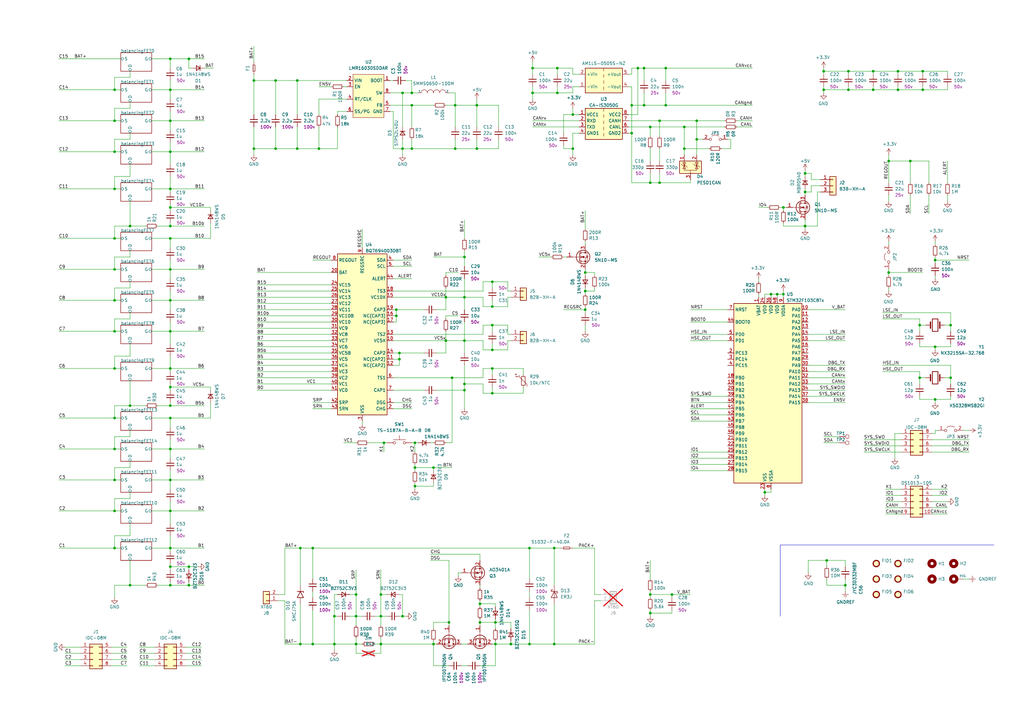
<source format=kicad_sch>
(kicad_sch (version 20230121) (generator eeschema)
  (paper "A3")
  (title_block (title "Battery management system") (date "2023-06-25") (rev "0.1") (company "libreUPS") (comment 2 "MuratovAS"))
  (junction (at 368.3 36.83))
  (junction (at 285.75 49.53))
  (junction (at 196.85 255.27))
  (junction (at 377.19 133.35))
  (junction (at 69.85 184.15))
  (junction (at 266.7 243.84))
  (junction (at 146.05 264.16))
  (junction (at 69.85 171.45))
  (junction (at 218.44 27.94))
  (junction (at 123.19 264.16))
  (junction (at 128.27 224.79))
  (junction (at 168.91 38.1))
  (junction (at 364.49 66.04))
  (junction (at 280.67 60.96))
  (junction (at 201.93 133.35))
  (junction (at 217.17 264.16))
  (junction (at 209.55 264.16))
  (junction (at 285.75 57.15))
  (junction (at 69.85 166.37))
  (junction (at 170.18 199.39))
  (junction (at 321.31 85.09))
  (junction (at 121.92 60.96))
  (junction (at 165.1 252.73))
  (junction (at 46.99 97.79))
  (junction (at 389.89 133.35))
  (junction (at 69.85 232.41))
  (junction (at 316.23 120.65))
  (junction (at 234.95 46.99))
  (junction (at 347.98 29.21))
  (junction (at 46.99 77.47))
  (junction (at 69.85 224.79))
  (junction (at 190.5 157.48))
  (junction (at 195.58 43.18))
  (junction (at 184.15 255.27))
  (junction (at 240.03 111.76))
  (junction (at 69.85 123.19))
  (junction (at 358.14 36.83))
  (junction (at 318.77 120.65))
  (junction (at 69.85 196.85))
  (junction (at 330.2 78.74))
  (junction (at 113.03 33.02))
  (junction (at 383.54 163.83))
  (junction (at 121.92 33.02))
  (junction (at 339.09 229.87))
  (junction (at 201.93 115.57))
  (junction (at 46.99 151.13))
  (junction (at 270.51 49.53))
  (junction (at 383.54 106.68))
  (junction (at 259.08 54.61))
  (junction (at 373.38 66.04))
  (junction (at 162.56 129.54))
  (junction (at 69.85 62.23))
  (junction (at 69.85 209.55))
  (junction (at 240.03 127))
  (junction (at 46.99 209.55))
  (junction (at 69.85 135.89))
  (junction (at 261.62 27.94))
  (junction (at 347.98 36.83))
  (junction (at 190.5 121.92))
  (junction (at 368.3 29.21))
  (junction (at 69.85 49.53))
  (junction (at 69.85 240.03))
  (junction (at 330.2 71.12))
  (junction (at 137.16 252.73))
  (junction (at 168.91 43.18))
  (junction (at 104.14 60.96))
  (junction (at 146.05 243.84))
  (junction (at 182.88 139.7))
  (junction (at 273.05 27.94))
  (junction (at 69.85 97.79))
  (junction (at 104.14 33.02))
  (junction (at 313.69 201.93))
  (junction (at 228.6 38.1))
  (junction (at 123.19 224.79))
  (junction (at 378.46 29.21))
  (junction (at 389.89 154.94))
  (junction (at 46.99 135.89))
  (junction (at 77.47 24.13))
  (junction (at 53.34 92.71))
  (junction (at 234.95 60.96))
  (junction (at 77.47 232.41))
  (junction (at 203.2 255.27))
  (junction (at 69.85 110.49))
  (junction (at 201.93 161.29))
  (junction (at 195.58 60.96))
  (junction (at 156.21 252.73))
  (junction (at 185.42 154.94))
  (junction (at 228.6 27.94))
  (junction (at 383.54 142.24))
  (junction (at 163.83 147.32))
  (junction (at 240.03 119.38))
  (junction (at 186.69 60.96))
  (junction (at 137.16 264.16))
  (junction (at 321.31 120.65))
  (junction (at 162.56 127))
  (junction (at 157.48 181.61))
  (junction (at 280.67 52.07))
  (junction (at 201.93 143.51))
  (junction (at 69.85 92.71))
  (junction (at 275.59 243.84))
  (junction (at 113.03 60.96))
  (junction (at 46.99 36.83))
  (junction (at 270.51 74.93))
  (junction (at 346.71 240.03))
  (junction (at 46.99 184.15))
  (junction (at 170.18 191.77))
  (junction (at 128.27 264.16))
  (junction (at 53.34 240.03))
  (junction (at 69.85 77.47))
  (junction (at 177.8 191.77))
  (junction (at 69.85 36.83))
  (junction (at 168.91 60.96))
  (junction (at 337.82 36.83))
  (junction (at 46.99 62.23))
  (junction (at 146.05 252.73))
  (junction (at 46.99 171.45))
  (junction (at 156.21 264.16))
  (junction (at 201.93 125.73))
  (junction (at 182.88 121.92))
  (junction (at 190.5 139.7))
  (junction (at 77.47 240.03))
  (junction (at 364.49 111.76))
  (junction (at 196.85 247.65))
  (junction (at 165.1 38.1))
  (junction (at 46.99 196.85))
  (junction (at 266.7 52.07))
  (junction (at 69.85 24.13))
  (junction (at 69.85 158.75))
  (junction (at 156.21 243.84))
  (junction (at 227.33 224.79))
  (junction (at 377.19 154.94))
  (junction (at 177.8 264.16))
  (junction (at 217.17 224.79))
  (junction (at 46.99 123.19))
  (junction (at 259.08 43.18))
  (junction (at 378.46 36.83))
  (junction (at 330.2 92.71))
  (junction (at 190.5 105.41))
  (junction (at 46.99 49.53))
  (junction (at 264.16 27.94))
  (junction (at 218.44 38.1))
  (junction (at 170.18 181.61))
  (junction (at 186.69 43.18))
  (junction (at 53.34 166.37))
  (junction (at 46.99 224.79))
  (junction (at 203.2 264.16))
  (junction (at 165.1 60.96))
  (junction (at 337.82 29.21))
  (junction (at 69.85 85.09))
  (junction (at 163.83 144.78))
  (junction (at 190.5 160.02))
  (junction (at 264.16 43.18))
  (junction (at 227.33 264.16))
  (junction (at 266.7 74.93))
  (junction (at 130.81 60.96))
  (junction (at 273.05 43.18))
  (junction (at 69.85 151.13))
  (junction (at 358.14 29.21))
  (junction (at 266.7 251.46))
  (junction (at 201.93 151.13))
  (junction (at 46.99 110.49))
  (wire (pts (xy 128.27 250.19) (xy 128.27 264.16)))
  (wire (pts (xy 177.8 193.04) (xy 177.8 191.77)))
  (wire (pts (xy 330.2 71.12) (xy 330.2 72.39)))
  (wire (pts (xy 190.5 105.41) (xy 190.5 102.87)))
  (wire (pts (xy 346.71 240.03) (xy 346.71 242.57)))
  (wire (pts (xy 76.2 270.51) (xy 82.55 270.51)))
  (wire (pts (xy 105.41 142.24) (xy 135.89 142.24)))
  (wire (pts (xy 331.47 229.87) (xy 339.09 229.87)))
  (wire (pts (xy 190.5 149.86) (xy 190.5 157.48)))
  (wire (pts (xy 128.27 242.57) (xy 128.27 245.11)))
  (wire (pts (xy 76.2 273.05) (xy 82.55 273.05)))
  (wire (pts (xy 69.85 152.4) (xy 69.85 151.13)))
  (wire (pts (xy 187.96 234.95) (xy 189.23 234.95)))
  (wire (pts (xy 203.2 264.16) (xy 209.55 264.16)))
  (wire (pts (xy 105.41 137.16) (xy 135.89 137.16)))
  (wire (pts (xy 69.85 49.53) (xy 83.82 49.53)))
  (wire (pts (xy 364.49 80.01) (xy 364.49 82.55)))
  (wire (pts (xy 69.85 77.47) (xy 83.82 77.47)))
  (wire (pts (xy 198.12 119.38) (xy 198.12 115.57)))
  (wire (pts (xy 266.7 243.84) (xy 275.59 243.84)))
  (wire (pts (xy 137.16 252.73) (xy 137.16 264.16)))
  (wire (pts (xy 240.03 113.03) (xy 240.03 111.76)))
  (wire (pts (xy 153.67 252.73) (xy 156.21 252.73)))
  (wire (pts (xy 330.2 90.17) (xy 330.2 92.71)))
  (wire (pts (xy 243.84 243.84) (xy 243.84 224.79)))
  (wire (pts (xy 53.34 204.47) (xy 46.99 204.47)))
  (wire (pts (xy 298.45 172.72) (xy 283.21 172.72)))
  (wire (pts (xy 234.95 27.94) (xy 228.6 27.94)))
  (wire (pts (xy 49.53 36.83) (xy 46.99 36.83)))
  (wire (pts (xy 163.83 252.73) (xy 165.1 252.73)))
  (wire (pts (xy 104.14 33.02) (xy 104.14 46.99)))
  (wire (pts (xy 116.84 243.84) (xy 116.84 224.79)))
  (wire (pts (xy 165.1 38.1) (xy 168.91 38.1)))
  (wire (pts (xy 369.57 185.42) (xy 354.33 185.42)))
  (wire (pts (xy 105.41 157.48) (xy 135.89 157.48)))
  (wire (pts (xy 130.81 52.07) (xy 130.81 60.96)))
  (wire (pts (xy 298.45 137.16) (xy 283.21 137.16)))
  (wire (pts (xy 86.36 86.36) (xy 86.36 85.09)))
  (wire (pts (xy 336.55 73.66) (xy 332.74 73.66)))
  (wire (pts (xy 170.18 181.61) (xy 171.45 181.61)))
  (wire (pts (xy 190.5 139.7) (xy 190.5 144.78)))
  (wire (pts (xy 369.57 182.88) (xy 354.33 182.88)))
  (wire (pts (xy 148.59 93.98) (xy 148.59 101.6)))
  (wire (pts (xy 273.05 38.1) (xy 273.05 43.18)))
  (wire (pts (xy 157.48 185.42) (xy 157.48 181.61)))
  (wire (pts (xy 257.81 52.07) (xy 266.7 52.07)))
  (wire (pts (xy 53.34 41.91) (xy 53.34 44.45)))
  (wire (pts (xy 330.2 77.47) (xy 330.2 78.74)))
  (wire (pts (xy 146.05 264.16) (xy 148.59 264.16)))
  (wire (pts (xy 138.43 45.72) (xy 142.24 45.72)))
  (wire (pts (xy 240.03 111.76) (xy 240.03 110.49)))
  (wire (pts (xy 218.44 49.53) (xy 237.49 49.53)))
  (wire (pts (xy 113.03 33.02) (xy 121.92 33.02)))
  (wire (pts (xy 208.28 137.16) (xy 208.28 133.35)))
  (wire (pts (xy 259.08 43.18) (xy 264.16 43.18)))
  (wire (pts (xy 161.29 139.7) (xy 182.88 139.7)))
  (wire (pts (xy 105.41 149.86) (xy 135.89 149.86)))
  (wire (pts (xy 105.41 154.94) (xy 135.89 154.94)))
  (wire (pts (xy 104.14 52.07) (xy 104.14 60.96)))
  (wire (pts (xy 69.85 165.1) (xy 69.85 166.37)))
  (wire (pts (xy 165.1 38.1) (xy 165.1 52.07)))
  (wire (pts (xy 128.27 224.79) (xy 217.17 224.79)))
  (wire (pts (xy 270.51 49.53) (xy 285.75 49.53)))
  (wire (pts (xy 337.82 179.07) (xy 344.17 179.07)))
  (wire (pts (xy 53.34 219.71) (xy 46.99 219.71)))
  (wire (pts (xy 104.14 33.02) (xy 113.03 33.02)))
  (wire (pts (xy 313.69 121.92) (xy 313.69 120.65)))
  (wire (pts (xy 161.29 33.02) (xy 160.02 33.02)))
  (wire (pts (xy 347.98 36.83) (xy 347.98 35.56)))
  (wire (pts (xy 69.85 77.47) (xy 69.85 72.39)))
  (wire (pts (xy 397.51 176.53) (xy 394.97 176.53)))
  (wire (pts (xy 69.85 151.13) (xy 83.82 151.13)))
  (wire (pts (xy 64.77 92.71) (xy 69.85 92.71)))
  (wire (pts (xy 121.92 60.96) (xy 130.81 60.96)))
  (wire (pts (xy 69.85 171.45) (xy 86.36 171.45)))
  (wire (pts (xy 105.41 134.62) (xy 135.89 134.62)))
  (wire (pts (xy 387.35 133.35) (xy 389.89 133.35)))
  (wire (pts (xy 69.85 224.79) (xy 62.23 224.79)))
  (wire (pts (xy 318.77 121.92) (xy 318.77 120.65)))
  (wire (pts (xy 298.45 162.56) (xy 283.21 162.56)))
  (wire (pts (xy 234.95 44.45) (xy 234.95 46.99)))
  (wire (pts (xy 283.21 74.93) (xy 270.51 74.93)))
  (wire (pts (xy 77.47 27.94) (xy 77.47 24.13)))
  (wire (pts (xy 378.46 35.56) (xy 378.46 36.83)))
  (wire (pts (xy 190.5 121.92) (xy 198.12 121.92)))
  (wire (pts (xy 165.1 60.96) (xy 168.91 60.96)))
  (wire (pts (xy 363.22 205.74) (xy 369.57 205.74)))
  (wire (pts (xy 283.21 187.96) (xy 298.45 187.96)))
  (wire (pts (xy 53.34 54.61) (xy 53.34 57.15)))
  (wire (pts (xy 196.85 227.33) (xy 176.53 227.33)))
  (wire (pts (xy 184.15 229.87) (xy 176.53 229.87)))
  (wire (pts (xy 69.85 135.89) (xy 83.82 135.89)))
  (wire (pts (xy 69.85 196.85) (xy 69.85 200.66)))
  (wire (pts (xy 62.23 171.45) (xy 69.85 171.45)))
  (wire (pts (xy 69.85 97.79) (xy 69.85 101.6)))
  (wire (pts (xy 105.41 121.92) (xy 135.89 121.92)))
  (wire (pts (xy 217.17 224.79) (xy 227.33 224.79)))
  (wire (pts (xy 201.93 143.51) (xy 201.93 140.97)))
  (wire (pts (xy 364.49 111.76) (xy 364.49 113.03)))
  (wire (pts (xy 185.42 154.94) (xy 198.12 154.94)))
  (wire (pts (xy 182.88 139.7) (xy 190.5 139.7)))
  (wire (pts (xy 231.14 105.41) (xy 232.41 105.41)))
  (wire (pts (xy 337.82 36.83) (xy 337.82 35.56)))
  (wire (pts (xy 105.41 139.7) (xy 135.89 139.7)))
  (wire (pts (xy 264.16 27.94) (xy 273.05 27.94)))
  (wire (pts (xy 190.5 114.3) (xy 190.5 121.92)))
  (wire (pts (xy 69.85 62.23) (xy 62.23 62.23)))
  (wire (pts (xy 77.47 240.03) (xy 83.82 240.03)))
  (wire (pts (xy 123.19 264.16) (xy 128.27 264.16)))
  (wire (pts (xy 87.63 27.94) (xy 83.82 27.94)))
  (wire (pts (xy 49.53 151.13) (xy 46.99 151.13)))
  (wire (pts (xy 151.13 181.61) (xy 157.48 181.61)))
  (wire (pts (xy 177.8 255.27) (xy 184.15 255.27)))
  (wire (pts (xy 77.47 24.13) (xy 83.82 24.13)))
  (wire (pts (xy 330.2 93.98) (xy 330.2 92.71)))
  (wire (pts (xy 243.84 118.11) (xy 243.84 119.38)))
  (wire (pts (xy 184.15 229.87) (xy 184.15 255.27)))
  (wire (pts (xy 227.33 240.03) (xy 227.33 224.79)))
  (wire (pts (xy 163.83 144.78) (xy 163.83 147.32)))
  (wire (pts (xy 346.71 240.03) (xy 346.71 237.49)))
  (wire (pts (xy 191.77 264.16) (xy 189.23 264.16)))
  (wire (pts (xy 177.8 199.39) (xy 170.18 199.39)))
  (wire (pts (xy 275.59 245.11) (xy 275.59 243.84)))
  (wire (pts (xy 196.85 240.03) (xy 196.85 241.3)))
  (wire (pts (xy 146.05 233.68) (xy 146.05 243.84)))
  (wire (pts (xy 69.85 62.23) (xy 69.85 58.42)))
  (wire (pts (xy 105.41 132.08) (xy 135.89 132.08)))
  (wire (pts (xy 358.14 29.21) (xy 358.14 30.48)))
  (wire (pts (xy 209.55 262.89) (xy 209.55 264.16)))
  (wire (pts (xy 217.17 250.19) (xy 217.17 264.16)))
  (wire (pts (xy 363.22 200.66) (xy 369.57 200.66)))
  (wire (pts (xy 234.95 60.96) (xy 234.95 63.5)))
  (wire (pts (xy 182.88 111.76) (xy 187.96 111.76)))
  (wire (pts (xy 266.7 250.19) (xy 266.7 251.46)))
  (wire (pts (xy 364.49 66.04) (xy 364.49 74.93)))
  (wire (pts (xy 227.33 224.79) (xy 229.87 224.79)))
  (wire (pts (xy 165.1 243.84) (xy 165.1 252.73)))
  (wire (pts (xy 116.84 224.79) (xy 123.19 224.79)))
  (wire (pts (xy 182.88 118.11) (xy 182.88 121.92)))
  (wire (pts (xy 389.89 149.86) (xy 361.95 149.86)))
  (wire (pts (xy 264.16 38.1) (xy 264.16 43.18)))
  (wire (pts (xy 156.21 252.73) (xy 158.75 252.73)))
  (wire (pts (xy 228.6 38.1) (xy 228.6 35.56)))
  (wire (pts (xy 182.88 43.18) (xy 186.69 43.18)))
  (wire (pts (xy 69.85 49.53) (xy 69.85 53.34)))
  (wire (pts (xy 177.8 257.81) (xy 177.8 255.27)))
  (wire (pts (xy 69.85 24.13) (xy 77.47 24.13)))
  (wire (pts (xy 45.72 273.05) (xy 52.07 273.05)))
  (wire (pts (xy 218.44 30.48) (xy 218.44 27.94)))
  (wire (pts (xy 46.99 123.19) (xy 24.13 123.19)))
  (wire (pts (xy 195.58 60.96) (xy 195.58 57.15)))
  (wire (pts (xy 69.85 78.74) (xy 69.85 77.47)))
  (wire (pts (xy 69.85 231.14) (xy 69.85 232.41)))
  (wire (pts (xy 166.37 33.02) (xy 168.91 33.02)))
  (wire (pts (xy 86.36 160.02) (xy 86.36 158.75)))
  (wire (pts (xy 186.69 60.96) (xy 186.69 57.15)))
  (wire (pts (xy 130.81 60.96) (xy 138.43 60.96)))
  (wire (pts (xy 63.5 265.43) (xy 57.15 265.43)))
  (wire (pts (xy 46.99 130.81) (xy 46.99 135.89)))
  (wire (pts (xy 116.84 246.38) (xy 116.84 264.16)))
  (wire (pts (xy 299.72 57.15) (xy 299.72 60.96)))
  (wire (pts (xy 69.85 209.55) (xy 69.85 214.63)))
  (wire (pts (xy 53.34 130.81) (xy 46.99 130.81)))
  (wire (pts (xy 116.84 264.16) (xy 123.19 264.16)))
  (wire (pts (xy 316.23 121.92) (xy 316.23 120.65)))
  (wire (pts (xy 168.91 114.3) (xy 161.29 114.3)))
  (wire (pts (xy 114.3 246.38) (xy 116.84 246.38)))
  (wire (pts (xy 46.99 57.15) (xy 46.99 62.23)))
  (wire (pts (xy 388.62 35.56) (xy 388.62 36.83)))
  (wire (pts (xy 243.84 113.03) (xy 243.84 111.76)))
  (wire (pts (xy 69.85 184.15) (xy 69.85 187.96)))
  (wire (pts (xy 52.07 265.43) (xy 45.72 265.43)))
  (wire (pts (xy 208.28 121.92) (xy 208.28 125.73)))
  (wire (pts (xy 130.81 40.64) (xy 130.81 46.99)))
  (wire (pts (xy 259.08 35.56) (xy 259.08 43.18)))
  (wire (pts (xy 331.47 154.94) (xy 346.71 154.94)))
  (wire (pts (xy 170.18 199.39) (xy 170.18 198.12)))
  (wire (pts (xy 105.41 127) (xy 135.89 127)))
  (wire (pts (xy 388.62 200.66) (xy 382.27 200.66)))
  (wire (pts (xy 379.73 154.94) (xy 377.19 154.94)))
  (wire (pts (xy 69.85 209.55) (xy 62.23 209.55)))
  (wire (pts (xy 283.21 127) (xy 298.45 127)))
  (wire (pts (xy 179.07 127) (xy 182.88 127)))
  (wire (pts (xy 266.7 242.57) (xy 266.7 243.84)))
  (wire (pts (xy 218.44 38.1) (xy 218.44 40.64)))
  (wire (pts (xy 49.53 171.45) (xy 46.99 171.45)))
  (wire (pts (xy 283.21 193.04) (xy 298.45 193.04)))
  (wire (pts (xy 266.7 60.96) (xy 266.7 66.04)))
  (wire (pts (xy 156.21 243.84) (xy 156.21 252.73)))
  (wire (pts (xy 283.21 190.5) (xy 298.45 190.5)))
  (wire (pts (xy 217.17 224.79) (xy 217.17 237.49)))
  (wire (pts (xy 283.21 185.42) (xy 298.45 185.42)))
  (wire (pts (xy 161.29 132.08) (xy 162.56 132.08)))
  (wire (pts (xy 114.3 243.84) (xy 116.84 243.84)))
  (wire (pts (xy 339.09 240.03) (xy 346.71 240.03)))
  (wire (pts (xy 311.15 114.3) (xy 311.15 115.57)))
  (wire (pts (xy 161.29 60.96) (xy 165.1 60.96)))
  (wire (pts (xy 157.48 181.61) (xy 158.75 181.61)))
  (wire (pts (xy 227.33 264.16) (xy 243.84 264.16)))
  (wire (pts (xy 346.71 229.87) (xy 346.71 232.41)))
  (wire (pts (xy 53.34 115.57) (xy 53.34 118.11)))
  (wire (pts (xy 208.28 119.38) (xy 208.28 115.57)))
  (wire (pts (xy 259.08 27.94) (xy 261.62 27.94)))
  (wire (pts (xy 218.44 27.94) (xy 228.6 27.94)))
  (wire (pts (xy 266.7 71.12) (xy 266.7 74.93)))
  (wire (pts (xy 201.93 133.35) (xy 201.93 135.89)))
  (wire (pts (xy 261.62 46.99) (xy 261.62 27.94)))
  (wire (pts (xy 373.38 66.04) (xy 381 66.04)))
  (wire (pts (xy 231.14 60.96) (xy 234.95 60.96)))
  (wire (pts (xy 53.34 166.37) (xy 46.99 166.37)))
  (wire (pts (xy 182.88 181.61) (xy 185.42 181.61)))
  (wire (pts (xy 130.81 35.56) (xy 135.89 35.56)))
  (wire (pts (xy 337.82 36.83) (xy 337.82 38.1)))
  (wire (pts (xy 69.85 184.15) (xy 83.82 184.15)))
  (wire (pts (xy 377.19 154.94) (xy 377.19 152.4)))
  (wire (pts (xy 33.02 265.43) (xy 26.67 265.43)))
  (wire (pts (xy 332.74 76.2) (xy 332.74 78.74)))
  (wire (pts (xy 273.05 43.18) (xy 264.16 43.18)))
  (wire (pts (xy 53.34 240.03) (xy 46.99 240.03)))
  (wire (pts (xy 218.44 52.07) (xy 237.49 52.07)))
  (wire (pts (xy 161.29 127) (xy 162.56 127)))
  (wire (pts (xy 368.3 29.21) (xy 368.3 30.48)))
  (wire (pts (xy 240.03 127) (xy 240.03 128.27)))
  (wire (pts (xy 369.57 180.34) (xy 354.33 180.34)))
  (wire (pts (xy 383.54 165.1) (xy 383.54 163.83)))
  (wire (pts (xy 196.85 247.65) (xy 196.85 246.38)))
  (wire (pts (xy 113.03 33.02) (xy 113.03 46.99)))
  (wire (pts (xy 240.03 127) (xy 231.14 127)))
  (wire (pts (xy 123.19 224.79) (xy 123.19 240.03)))
  (wire (pts (xy 121.92 33.02) (xy 142.24 33.02)))
  (wire (pts (xy 69.85 151.13) (xy 62.23 151.13)))
  (wire (pts (xy 377.19 152.4) (xy 361.95 152.4)))
  (wire (pts (xy 240.03 86.36) (xy 240.03 93.98)))
  (wire (pts (xy 46.99 36.83) (xy 24.13 36.83)))
  (wire (pts (xy 275.59 250.19) (xy 275.59 251.46)))
  (wire (pts (xy 377.19 130.81) (xy 361.95 130.81)))
  (wire (pts (xy 69.85 196.85) (xy 69.85 193.04)))
  (wire (pts (xy 146.05 252.73) (xy 148.59 252.73)))
  (wire (pts (xy 184.15 273.05) (xy 177.8 273.05)))
  (wire (pts (xy 198.12 125.73) (xy 201.93 125.73)))
  (wire (pts (xy 234.95 46.99) (xy 237.49 46.99)))
  (wire (pts (xy 198.12 115.57) (xy 201.93 115.57)))
  (wire (pts (xy 311.15 120.65) (xy 311.15 121.92)))
  (wire (pts (xy 105.41 129.54) (xy 135.89 129.54)))
  (wire (pts (xy 378.46 29.21) (xy 388.62 29.21)))
  (wire (pts (xy 243.84 119.38) (xy 240.03 119.38)))
  (wire (pts (xy 77.47 232.41) (xy 81.28 232.41)))
  (wire (pts (xy 364.49 110.49) (xy 364.49 111.76)))
  (wire (pts (xy 331.47 139.7) (xy 346.71 139.7)))
  (wire (pts (xy 358.14 36.83) (xy 347.98 36.83)))
  (wire (pts (xy 53.34 140.97) (xy 53.34 146.05)))
  (wire (pts (xy 270.51 60.96) (xy 270.51 66.04)))
  (wire (pts (xy 26.67 273.05) (xy 33.02 273.05)))
  (wire (pts (xy 105.41 160.02) (xy 135.89 160.02)))
  (wire (pts (xy 204.47 60.96) (xy 195.58 60.96)))
  (wire (pts (xy 369.57 203.2) (xy 363.22 203.2)))
  (wire (pts (xy 321.31 85.09) (xy 322.58 85.09)))
  (wire (pts (xy 69.85 135.89) (xy 62.23 135.89)))
  (wire (pts (xy 368.3 29.21) (xy 378.46 29.21)))
  (wire (pts (xy 69.85 238.76) (xy 69.85 240.03)))
  (wire (pts (xy 347.98 36.83) (xy 337.82 36.83)))
  (wire (pts (xy 49.53 123.19) (xy 46.99 123.19)))
  (wire (pts (xy 105.41 119.38) (xy 135.89 119.38)))
  (wire (pts (xy 53.34 201.93) (xy 53.34 204.47)))
  (wire (pts (xy 331.47 162.56) (xy 346.71 162.56)))
  (wire (pts (xy 186.69 43.18) (xy 195.58 43.18)))
  (wire (pts (xy 46.99 77.47) (xy 24.13 77.47)))
  (wire (pts (xy 105.41 152.4) (xy 135.89 152.4)))
  (wire (pts (xy 46.99 240.03) (xy 46.99 245.11)))
  (wire (pts (xy 283.21 132.08) (xy 298.45 132.08)))
  (wire (pts (xy 198.12 139.7) (xy 198.12 143.51)))
  (wire (pts (xy 264.16 27.94) (xy 264.16 33.02)))
  (wire (pts (xy 201.93 143.51) (xy 208.28 143.51)))
  (wire (pts (xy 388.62 80.01) (xy 388.62 82.55)))
  (wire (pts (xy 389.89 128.27) (xy 361.95 128.27)))
  (wire (pts (xy 62.23 97.79) (xy 69.85 97.79)))
  (wire (pts (xy 209.55 119.38) (xy 208.28 119.38)))
  (wire (pts (xy 218.44 25.4) (xy 218.44 27.94)))
  (wire (pts (xy 203.2 262.89) (xy 203.2 264.16)))
  (wire (pts (xy 53.34 57.15) (xy 46.99 57.15)))
  (wire (pts (xy 339.09 232.41) (xy 339.09 229.87)))
  (wire (pts (xy 234.95 54.61) (xy 234.95 60.96)))
  (wire (pts (xy 378.46 111.76) (xy 364.49 111.76)))
  (wire (pts (xy 49.53 209.55) (xy 46.99 209.55)))
  (wire (pts (xy 331.47 127) (xy 346.71 127)))
  (wire (pts (xy 337.82 29.21) (xy 347.98 29.21)))
  (wire (pts (xy 105.41 111.76) (xy 135.89 111.76)))
  (wire (pts (xy 358.14 29.21) (xy 368.3 29.21)))
  (wire (pts (xy 177.8 273.05) (xy 177.8 264.16)))
  (wire (pts (xy 198.12 143.51) (xy 201.93 143.51)))
  (wire (pts (xy 186.69 38.1) (xy 184.15 38.1)))
  (wire (pts (xy 187.96 236.22) (xy 187.96 234.95)))
  (wire (pts (xy 261.62 27.94) (xy 264.16 27.94)))
  (wire (pts (xy 168.91 165.1) (xy 161.29 165.1)))
  (wire (pts (xy 389.89 163.83) (xy 383.54 163.83)))
  (wire (pts (xy 69.85 24.13) (xy 69.85 27.94)))
  (wire (pts (xy 162.56 132.08) (xy 162.56 129.54)))
  (wire (pts (xy 182.88 121.92) (xy 190.5 121.92)))
  (wire (pts (xy 128.27 264.16) (xy 137.16 264.16)))
  (wire (pts (xy 170.18 190.5) (xy 170.18 191.77)))
  (wire (pts (xy 218.44 38.1) (xy 228.6 38.1)))
  (wire (pts (xy 69.85 49.53) (xy 62.23 49.53)))
  (wire (pts (xy 383.54 177.8) (xy 383.54 176.53)))
  (wire (pts (xy 53.34 176.53) (xy 53.34 179.07)))
  (wire (pts (xy 184.15 255.27) (xy 184.15 256.54)))
  (wire (pts (xy 368.3 36.83) (xy 358.14 36.83)))
  (wire (pts (xy 397.51 106.68) (xy 383.54 106.68)))
  (wire (pts (xy 69.85 224.79) (xy 83.82 224.79)))
  (wire (pts (xy 121.92 46.99) (xy 121.92 33.02)))
  (wire (pts (xy 146.05 243.84) (xy 146.05 252.73)))
  (wire (pts (xy 382.27 177.8) (xy 383.54 177.8)))
  (wire (pts (xy 161.29 144.78) (xy 163.83 144.78)))
  (wire (pts (xy 46.99 179.07) (xy 46.99 184.15)))
  (wire (pts (xy 388.62 74.93) (xy 388.62 66.04)))
  (wire (pts (xy 196.85 248.92) (xy 196.85 247.65)))
  (wire (pts (xy 170.18 191.77) (xy 177.8 191.77)))
  (wire (pts (xy 140.97 181.61) (xy 146.05 181.61)))
  (wire (pts (xy 46.99 204.47) (xy 46.99 209.55)))
  (wire (pts (xy 53.34 240.03) (xy 53.34 229.87)))
  (wire (pts (xy 165.1 252.73) (xy 166.37 252.73)))
  (wire (pts (xy 198.12 133.35) (xy 201.93 133.35)))
  (wire (pts (xy 209.55 139.7) (xy 208.28 139.7)))
  (wire (pts (xy 46.99 135.89) (xy 24.13 135.89)))
  (wire (pts (xy 298.45 57.15) (xy 299.72 57.15)))
  (wire (pts (xy 69.85 157.48) (xy 69.85 158.75)))
  (wire (pts (xy 198.12 154.94) (xy 198.12 151.13)))
  (wire (pts (xy 46.99 92.71) (xy 46.99 97.79)))
  (wire (pts (xy 201.93 161.29) (xy 214.63 161.29)))
  (wire (pts (xy 234.95 38.1) (xy 228.6 38.1)))
  (wire (pts (xy 137.16 264.16) (xy 146.05 264.16)))
  (wire (pts (xy 170.18 181.61) (xy 170.18 185.42)))
  (wire (pts (xy 331.47 229.87) (xy 331.47 234.95)))
  (wire (pts (xy 270.51 49.53) (xy 270.51 55.88)))
  (wire (pts (xy 46.99 62.23) (xy 24.13 62.23)))
  (wire (pts (xy 161.29 160.02) (xy 173.99 160.02)))
  (wire (pts (xy 379.73 133.35) (xy 377.19 133.35)))
  (wire (pts (xy 209.55 264.16) (xy 217.17 264.16)))
  (wire (pts (xy 203.2 247.65) (xy 203.2 248.92)))
  (wire (pts (xy 280.67 60.96) (xy 290.83 60.96)))
  (wire (pts (xy 257.81 49.53) (xy 270.51 49.53)))
  (wire (pts (xy 57.15 267.97) (xy 63.5 267.97)))
  (wire (pts (xy 53.34 102.87) (xy 53.34 105.41)))
  (wire (pts (xy 240.03 125.73) (xy 240.03 127)))
  (wire (pts (xy 257.81 46.99) (xy 261.62 46.99)))
  (wire (pts (xy 383.54 99.06) (xy 383.54 100.33)))
  (wire (pts (xy 237.49 30.48) (xy 234.95 30.48)))
  (wire (pts (xy 388.62 29.21) (xy 388.62 30.48)))
  (wire (pts (xy 259.08 43.18) (xy 259.08 54.61)))
  (wire (pts (xy 69.85 224.79) (xy 69.85 219.71)))
  (wire (pts (xy 332.74 73.66) (xy 332.74 71.12)))
  (wire (pts (xy 53.34 166.37) (xy 53.34 156.21)))
  (wire (pts (xy 280.67 60.96) (xy 280.67 63.5)))
  (wire (pts (xy 186.69 38.1) (xy 186.69 43.18)))
  (wire (pts (xy 218.44 35.56) (xy 218.44 38.1)))
  (wire (pts (xy 78.74 27.94) (xy 77.47 27.94)))
  (wire (pts (xy 387.35 154.94) (xy 389.89 154.94)))
  (wire (pts (xy 186.69 60.96) (xy 195.58 60.96)))
  (wire (pts (xy 69.85 232.41) (xy 69.85 233.68)))
  (wire (pts (xy 337.82 181.61) (xy 344.17 181.61)))
  (wire (pts (xy 156.21 264.16) (xy 153.67 264.16)))
  (wire (pts (xy 217.17 264.16) (xy 227.33 264.16)))
  (wire (pts (xy 69.85 123.19) (xy 69.85 127)))
  (wire (pts (xy 383.54 142.24) (xy 377.19 142.24)))
  (wire (pts (xy 237.49 54.61) (xy 234.95 54.61)))
  (wire (pts (xy 177.8 198.12) (xy 177.8 199.39)))
  (wire (pts (xy 198.12 157.48) (xy 198.12 161.29)))
  (wire (pts (xy 266.7 52.07) (xy 266.7 55.88)))
  (wire (pts (xy 69.85 151.13) (xy 69.85 146.05)))
  (wire (pts (xy 389.89 133.35) (xy 389.89 128.27)))
  (wire (pts (xy 201.93 125.73) (xy 201.93 123.19)))
  (wire (pts (xy 196.85 255.27) (xy 196.85 256.54)))
  (wire (pts (xy 302.26 49.53) (xy 308.61 49.53)))
  (wire (pts (xy 160.02 45.72) (xy 161.29 45.72)))
  (wire (pts (xy 69.85 158.75) (xy 86.36 158.75)))
  (wire (pts (xy 53.34 72.39) (xy 46.99 72.39)))
  (wire (pts (xy 69.85 171.45) (xy 69.85 175.26)))
  (wire (pts (xy 69.85 184.15) (xy 62.23 184.15)))
  (wire (pts (xy 77.47 232.41) (xy 77.47 233.68)))
  (wire (pts (xy 69.85 110.49) (xy 62.23 110.49)))
  (wire (pts (xy 46.99 191.77) (xy 46.99 196.85)))
  (wire (pts (xy 246.38 246.38) (xy 243.84 246.38)))
  (wire (pts (xy 46.99 151.13) (xy 24.13 151.13)))
  (wire (pts (xy 383.54 106.68) (xy 383.54 107.95)))
  (wire (pts (xy 240.03 111.76) (xy 243.84 111.76)))
  (wire (pts (xy 373.38 87.63) (xy 373.38 80.01)))
  (wire (pts (xy 397.51 180.34) (xy 382.27 180.34)))
  (wire (pts (xy 69.85 110.49) (xy 69.85 106.68)))
  (wire (pts (xy 168.91 60.96) (xy 168.91 57.15)))
  (wire (pts (xy 209.55 255.27) (xy 203.2 255.27)))
  (wire (pts (xy 209.55 137.16) (xy 208.28 137.16)))
  (wire (pts (xy 257.81 35.56) (xy 259.08 35.56)))
  (wire (pts (xy 182.88 144.78) (xy 182.88 139.7)))
  (wire (pts (xy 69.85 209.55) (xy 83.82 209.55)))
  (wire (pts (xy 46.99 219.71) (xy 46.99 224.79)))
  (wire (pts (xy 138.43 252.73) (xy 137.16 252.73)))
  (wire (pts (xy 285.75 63.5) (xy 285.75 57.15)))
  (wire (pts (xy 45.72 267.97) (xy 52.07 267.97)))
  (wire (pts (xy 397.51 182.88) (xy 382.27 182.88)))
  (wire (pts (xy 337.82 30.48) (xy 337.82 29.21)))
  (wire (pts (xy 257.81 54.61) (xy 259.08 54.61)))
  (wire (pts (xy 259.08 30.48) (xy 259.08 27.94)))
  (wire (pts (xy 339.09 237.49) (xy 339.09 240.03)))
  (wire (pts (xy 246.38 243.84) (xy 243.84 243.84)))
  (wire (pts (xy 332.74 71.12) (xy 330.2 71.12)))
  (wire (pts (xy 59.69 92.71) (xy 53.34 92.71)))
  (wire (pts (xy 190.5 157.48) (xy 198.12 157.48)))
  (wire (pts (xy 321.31 92.71) (xy 330.2 92.71)))
  (wire (pts (xy 330.2 78.74) (xy 330.2 80.01)))
  (wire (pts (xy 168.91 181.61) (xy 170.18 181.61)))
  (wire (pts (xy 177.8 191.77) (xy 185.42 191.77)))
  (wire (pts (xy 163.83 243.84) (xy 165.1 243.84)))
  (wire (pts (xy 203.2 264.16) (xy 203.2 273.05)))
  (wire (pts (xy 185.42 181.61) (xy 185.42 154.94)))
  (wire (pts (xy 234.95 35.56) (xy 234.95 38.1)))
  (wire (pts (xy 389.89 142.24) (xy 389.89 140.97)))
  (wire (pts (xy 198.12 121.92) (xy 198.12 125.73)))
  (wire (pts (xy 203.2 255.27) (xy 196.85 255.27)))
  (wire (pts (xy 389.89 154.94) (xy 389.89 157.48)))
  (wire (pts (xy 179.07 160.02) (xy 190.5 160.02)))
  (wire (pts (xy 53.34 214.63) (xy 53.34 219.71)))
  (wire (pts (xy 316.23 200.66) (xy 316.23 201.93)))
  (wire (pts (xy 69.85 110.49) (xy 83.82 110.49)))
  (wire (pts (xy 59.69 166.37) (xy 53.34 166.37)))
  (wire (pts (xy 156.21 243.84) (xy 158.75 243.84)))
  (wire (pts (xy 228.6 27.94) (xy 228.6 30.48)))
  (wire (pts (xy 168.91 106.68) (xy 161.29 106.68)))
  (wire (pts (xy 163.83 144.78) (xy 173.99 144.78)))
  (wire (pts (xy 389.89 133.35) (xy 389.89 135.89)))
  (wire (pts (xy 182.88 127) (xy 182.88 121.92)))
  (wire (pts (xy 53.34 105.41) (xy 46.99 105.41)))
  (wire (pts (xy 201.93 115.57) (xy 201.93 118.11)))
  (wire (pts (xy 138.43 52.07) (xy 138.43 60.96)))
  (wire (pts (xy 161.29 149.86) (xy 163.83 149.86)))
  (wire (pts (xy 57.15 270.51) (xy 63.5 270.51)))
  (wire (pts (xy 377.19 154.94) (xy 377.19 157.48)))
  (wire (pts (xy 148.59 173.99) (xy 148.59 172.72)))
  (wire (pts (xy 86.36 165.1) (xy 86.36 171.45)))
  (wire (pts (xy 46.99 97.79) (xy 24.13 97.79)))
  (polyline (pts (xy 407.67 223.52) (xy 320.04 223.52)))
  (wire (pts (xy 275.59 243.84) (xy 283.21 243.84)))
  (wire (pts (xy 146.05 261.62) (xy 146.05 264.16)))
  (wire (pts (xy 214.63 153.67) (xy 214.63 151.13)))
  (wire (pts (xy 46.99 166.37) (xy 46.99 171.45)))
  (wire (pts (xy 46.99 105.41) (xy 46.99 110.49)))
  (wire (pts (xy 69.85 110.49) (xy 69.85 114.3)))
  (wire (pts (xy 335.28 78.74) (xy 335.28 92.71)))
  (wire (pts (xy 195.58 43.18) (xy 195.58 52.07)))
  (wire (pts (xy 24.13 24.13) (xy 49.53 24.13)))
  (wire (pts (xy 195.58 43.18) (xy 204.47 43.18)))
  (wire (pts (xy 190.5 132.08) (xy 190.5 139.7)))
  (wire (pts (xy 190.5 90.17) (xy 190.5 97.79)))
  (wire (pts (xy 104.14 60.96) (xy 104.14 63.5)))
  (wire (pts (xy 165.1 60.96) (xy 165.1 57.15)))
  (wire (pts (xy 383.54 163.83) (xy 377.19 163.83)))
  (wire (pts (xy 198.12 137.16) (xy 198.12 133.35)))
  (wire (pts (xy 336.55 76.2) (xy 332.74 76.2)))
  (wire (pts (xy 363.22 210.82) (xy 369.57 210.82)))
  (wire (pts (xy 46.99 146.05) (xy 46.99 151.13)))
  (wire (pts (xy 69.85 135.89) (xy 69.85 140.97)))
  (wire (pts (xy 285.75 57.15) (xy 288.29 57.15)))
  (wire (pts (xy 388.62 36.83) (xy 378.46 36.83)))
  (wire (pts (xy 69.85 62.23) (xy 69.85 67.31)))
  (wire (pts (xy 378.46 29.21) (xy 378.46 30.48)))
  (wire (pts (xy 53.34 29.21) (xy 53.34 31.75)))
  (wire (pts (xy 49.53 110.49) (xy 46.99 110.49)))
  (wire (pts (xy 321.31 91.44) (xy 321.31 92.71)))
  (wire (pts (xy 196.85 273.05) (xy 203.2 273.05)))
  (wire (pts (xy 161.29 45.72) (xy 161.29 60.96)))
  (wire (pts (xy 273.05 33.02) (xy 273.05 27.94)))
  (wire (pts (xy 161.29 137.16) (xy 198.12 137.16)))
  (wire (pts (xy 377.19 133.35) (xy 377.19 135.89)))
  (wire (pts (xy 201.93 115.57) (xy 208.28 115.57)))
  (wire (pts (xy 69.85 36.83) (xy 69.85 33.02)))
  (wire (pts (xy 382.27 210.82) (xy 388.62 210.82)))
  (wire (pts (xy 313.69 203.2) (xy 313.69 201.93)))
  (wire (pts (xy 368.3 36.83) (xy 368.3 35.56)))
  (wire (pts (xy 142.24 40.64) (xy 130.81 40.64)))
  (wire (pts (xy 190.5 157.48) (xy 190.5 160.02)))
  (wire (pts (xy 69.85 36.83) (xy 62.23 36.83)))
  (wire (pts (xy 364.49 118.11) (xy 364.49 119.38)))
  (wire (pts (xy 156.21 261.62) (xy 156.21 264.16)))
  (wire (pts (xy 234.95 30.48) (xy 234.95 27.94)))
  (wire (pts (xy 389.89 142.24) (xy 383.54 142.24)))
  (wire (pts (xy 46.99 72.39) (xy 46.99 77.47)))
  (wire (pts (xy 179.07 144.78) (xy 182.88 144.78)))
  (wire (pts (xy 321.31 120.65) (xy 318.77 120.65)))
  (wire (pts (xy 69.85 92.71) (xy 83.82 92.71)))
  (wire (pts (xy 46.99 224.79) (xy 24.13 224.79)))
  (wire (pts (xy 231.14 46.99) (xy 234.95 46.99)))
  (wire (pts (xy 156.21 264.16) (xy 177.8 264.16)))
  (wire (pts (xy 201.93 151.13) (xy 214.63 151.13)))
  (wire (pts (xy 82.55 265.43) (xy 76.2 265.43)))
  (wire (pts (xy 146.05 243.84) (xy 143.51 243.84)))
  (wire (pts (xy 330.2 69.85) (xy 330.2 71.12)))
  (wire (pts (xy 46.99 44.45) (xy 46.99 49.53)))
  (wire (pts (xy 331.47 157.48) (xy 346.71 157.48)))
  (wire (pts (xy 49.53 196.85) (xy 46.99 196.85)))
  (wire (pts (xy 170.18 200.66) (xy 170.18 199.39)))
  (wire (pts (xy 69.85 91.44) (xy 69.85 92.71)))
  (wire (pts (xy 234.95 35.56) (xy 237.49 35.56)))
  (wire (pts (xy 190.5 139.7) (xy 198.12 139.7)))
  (wire (pts (xy 49.53 97.79) (xy 46.99 97.79)))
  (wire (pts (xy 69.85 184.15) (xy 69.85 180.34)))
  (wire (pts (xy 177.8 264.16) (xy 179.07 264.16)))
  (wire (pts (xy 203.2 254) (xy 203.2 255.27)))
  (wire (pts (xy 168.91 38.1) (xy 171.45 38.1)))
  (wire (pts (xy 163.83 147.32) (xy 163.83 149.86)))
  (wire (pts (xy 69.85 226.06) (xy 69.85 224.79)))
  (wire (pts (xy 46.99 49.53) (xy 24.13 49.53)))
  (wire (pts (xy 168.91 60.96) (xy 186.69 60.96)))
  (wire (pts (xy 53.34 146.05) (xy 46.99 146.05)))
  (wire (pts (xy 321.31 119.38) (xy 321.31 120.65)))
  (wire (pts (xy 203.2 257.81) (xy 203.2 255.27)))
  (wire (pts (xy 217.17 242.57) (xy 217.17 245.11)))
  (wire (pts (xy 298.45 139.7) (xy 283.21 139.7)))
  (wire (pts (xy 69.85 36.83) (xy 69.85 40.64)))
  (wire (pts (xy 257.81 30.48) (xy 259.08 30.48)))
  (wire (pts (xy 299.72 60.96) (xy 295.91 60.96)))
  (wire (pts (xy 161.29 154.94) (xy 185.42 154.94)))
  (wire (pts (xy 46.99 171.45) (xy 24.13 171.45)))
  (wire (pts (xy 397.51 237.49) (xy 394.97 237.49)))
  (wire (pts (xy 62.23 24.13) (xy 69.85 24.13)))
  (wire (pts (xy 113.03 52.07) (xy 113.03 60.96)))
  (wire (pts (xy 177.8 262.89) (xy 177.8 264.16)))
  (wire (pts (xy 397.51 185.42) (xy 382.27 185.42)))
  (wire (pts (xy 53.34 118.11) (xy 46.99 118.11)))
  (wire (pts (xy 162.56 127) (xy 162.56 129.54)))
  (wire (pts (xy 266.7 251.46) (xy 275.59 251.46)))
  (wire (pts (xy 377.19 133.35) (xy 377.19 130.81)))
  (wire (pts (xy 201.93 151.13) (xy 201.93 153.67)))
  (wire (pts (xy 69.85 123.19) (xy 69.85 119.38)))
  (wire (pts (xy 201.93 161.29) (xy 201.93 158.75)))
  (wire (pts (xy 214.63 158.75) (xy 214.63 161.29)))
  (wire (pts (xy 273.05 43.18) (xy 308.61 43.18)))
  (wire (pts (xy 86.36 91.44) (xy 86.36 97.79)))
  (wire (pts (xy 140.97 35.56) (xy 142.24 35.56)))
  (wire (pts (xy 128.27 165.1) (xy 135.89 165.1)))
  (wire (pts (xy 266.7 243.84) (xy 266.7 245.11)))
  (wire (pts (xy 383.54 143.51) (xy 383.54 142.24)))
  (wire (pts (xy 201.93 133.35) (xy 208.28 133.35)))
  (wire (pts (xy 104.14 30.48) (xy 104.14 33.02)))
  (wire (pts (xy 270.51 74.93) (xy 266.7 74.93)))
  (wire (pts (xy 46.99 184.15) (xy 24.13 184.15)))
  (wire (pts (xy 53.34 31.75) (xy 46.99 31.75)))
  (wire (pts (xy 156.21 233.68) (xy 156.21 243.84)))
  (wire (pts (xy 161.29 147.32) (xy 163.83 147.32)))
  (wire (pts (xy 105.41 124.46) (xy 135.89 124.46)))
  (wire (pts (xy 46.99 118.11) (xy 46.99 123.19)))
  (wire (pts (xy 378.46 36.83) (xy 368.3 36.83)))
  (wire (pts (xy 161.29 121.92) (xy 182.88 121.92)))
  (wire (pts (xy 318.77 120.65) (xy 316.23 120.65)))
  (wire (pts (xy 231.14 46.99) (xy 231.14 54.61)))
  (wire (pts (xy 201.93 125.73) (xy 208.28 125.73)))
  (wire (pts (xy 146.05 267.97) (xy 146.05 264.16)))
  (wire (pts (xy 53.34 179.07) (xy 46.99 179.07)))
  (wire (pts (xy 209.55 257.81) (xy 209.55 255.27)))
  (wire (pts (xy 69.85 36.83) (xy 83.82 36.83)))
  (wire (pts (xy 196.85 229.87) (xy 196.85 227.33)))
  (wire (pts (xy 156.21 252.73) (xy 156.21 256.54)))
  (wire (pts (xy 337.82 27.94) (xy 337.82 29.21)))
  (wire (pts (xy 195.58 40.64) (xy 195.58 43.18)))
  (wire (pts (xy 49.53 62.23) (xy 46.99 62.23)))
  (wire (pts (xy 53.34 67.31) (xy 53.34 72.39)))
  (wire (pts (xy 46.99 209.55) (xy 24.13 209.55)))
  (wire (pts (xy 227.33 247.65) (xy 227.33 264.16)))
  (wire (pts (xy 49.53 77.47) (xy 46.99 77.47)))
  (wire (pts (xy 128.27 106.68) (xy 135.89 106.68)))
  (wire (pts (xy 259.08 74.93) (xy 266.7 74.93)))
  (wire (pts (xy 69.85 196.85) (xy 62.23 196.85)))
  (wire (pts (xy 381 87.63) (xy 381 80.01)))
  (wire (pts (xy 347.98 29.21) (xy 347.98 30.48)))
  (wire (pts (xy 383.54 105.41) (xy 383.54 106.68)))
  (wire (pts (xy 176.53 181.61) (xy 177.8 181.61)))
  (wire (pts (xy 220.98 105.41) (xy 226.06 105.41)))
  (wire (pts (xy 69.85 209.55) (xy 69.85 205.74)))
  (wire (pts (xy 198.12 161.29) (xy 201.93 161.29)))
  (wire (pts (xy 331.47 165.1) (xy 346.71 165.1)))
  (wire (pts (xy 69.85 240.03) (xy 77.47 240.03)))
  (wire (pts (xy 377.19 140.97) (xy 377.19 142.24)))
  (wire (pts (xy 138.43 46.99) (xy 138.43 45.72)))
  (wire (pts (xy 209.55 121.92) (xy 208.28 121.92)))
  (wire (pts (xy 234.95 224.79) (xy 243.84 224.79)))
  (wire (pts (xy 46.99 31.75) (xy 46.99 36.83)))
  (wire (pts (xy 59.69 240.03) (xy 53.34 240.03)))
  (wire (pts (xy 160.02 43.18) (xy 168.91 43.18)))
  (wire (pts (xy 389.89 163.83) (xy 389.89 162.56)))
  (wire (pts (xy 45.72 270.51) (xy 52.07 270.51)))
  (wire (pts (xy 168.91 33.02) (xy 168.91 38.1)))
  (wire (pts (xy 321.31 85.09) (xy 321.31 86.36)))
  (wire (pts (xy 162.56 129.54) (xy 161.29 129.54)))
  (wire (pts (xy 69.85 123.19) (xy 62.23 123.19)))
  (wire (pts (xy 69.85 83.82) (xy 69.85 85.09)))
  (wire (pts (xy 153.67 267.97) (xy 156.21 267.97)))
  (polyline (pts (xy 320.04 223.52) (xy 320.04 252.73)))
  (wire (pts (xy 204.47 57.15) (xy 204.47 60.96)))
  (wire (pts (xy 57.15 273.05) (xy 63.5 273.05)))
  (wire (pts (xy 358.14 36.83) (xy 358.14 35.56)))
  (wire (pts (xy 298.45 170.18) (xy 283.21 170.18)))
  (wire (pts (xy 311.15 85.09) (xy 314.96 85.09)))
  (wire (pts (xy 259.08 54.61) (xy 259.08 74.93)))
  (wire (pts (xy 49.53 135.89) (xy 46.99 135.89)))
  (wire (pts (xy 280.67 52.07) (xy 297.18 52.07)))
  (wire (pts (xy 382.27 203.2) (xy 388.62 203.2)))
  (wire (pts (xy 190.5 105.41) (xy 190.5 109.22)))
  (wire (pts (xy 190.5 121.92) (xy 190.5 127)))
  (wire (pts (xy 364.49 99.06) (xy 364.49 100.33)))
  (wire (pts (xy 266.7 52.07) (xy 280.67 52.07)))
  (wire (pts (xy 383.54 176.53) (xy 384.81 176.53)))
  (wire (pts (xy 364.49 63.5) (xy 364.49 66.04)))
  (wire (pts (xy 388.62 208.28) (xy 382.27 208.28)))
  (wire (pts (xy 128.27 224.79) (xy 128.27 237.49)))
  (wire (pts (xy 367.03 177.8) (xy 369.57 177.8)))
  (wire (pts (xy 69.85 135.89) (xy 69.85 132.08)))
  (wire (pts (xy 53.34 191.77) (xy 46.99 191.77)))
  (wire (pts (xy 26.67 267.97) (xy 33.02 267.97)))
  (wire (pts (xy 76.2 267.97) (xy 82.55 267.97)))
  (wire (pts (xy 64.77 166.37) (xy 69.85 166.37)))
  (wire (pts (xy 168.91 109.22) (xy 161.29 109.22)))
  (wire (pts (xy 105.41 147.32) (xy 135.89 147.32)))
  (wire (pts (xy 186.69 43.18) (xy 186.69 52.07)))
  (wire (pts (xy 49.53 184.15) (xy 46.99 184.15)))
  (wire (pts (xy 168.91 167.64) (xy 161.29 167.64)))
  (wire (pts (xy 162.56 127) (xy 173.99 127)))
  (wire (pts (xy 69.85 196.85) (xy 83.7395 196.85)))
  (wire (pts (xy 283.21 167.64) (xy 298.45 167.64)))
  (wire (pts (xy 196.85 247.65) (xy 203.2 247.65)))
  (wire (pts (xy 339.09 229.87) (xy 346.71 229.87)))
  (wire (pts (xy 49.53 49.53) (xy 46.99 49.53)))
  (wire (pts (xy 204.47 43.18) (xy 204.47 52.07)))
  (wire (pts (xy 53.34 189.23) (xy 53.34 191.77)))
  (wire (pts (xy 346.71 149.86) (xy 331.47 149.86)))
  (wire (pts (xy 121.92 52.07) (xy 121.92 60.96)))
  (wire (pts (xy 137.16 243.84) (xy 137.16 252.73)))
  (wire (pts (xy 69.85 77.47) (xy 62.23 77.47)))
  (wire (pts (xy 383.54 113.03) (xy 383.54 114.3)))
  (wire (pts (xy 280.67 52.07) (xy 280.67 60.96)))
  (wire (pts (xy 148.59 267.97) (xy 146.05 267.97)))
  (wire (pts (xy 137.16 264.16) (xy 137.16 266.7)))
  (wire (pts (xy 64.77 240.03) (xy 69.85 240.03)))
  (wire (pts (xy 285.75 49.53) (xy 297.18 49.53)))
  (wire (pts (xy 165.1 60.96) (xy 165.1 63.5)))
  (wire (pts (xy 46.99 110.49) (xy 24.13 110.49)))
  (wire (pts (xy 377.19 162.56) (xy 377.19 163.83)))
  (wire (pts (xy 273.05 27.94) (xy 308.61 27.94)))
  (wire (pts (xy 240.03 120.65) (xy 240.03 119.38)))
  (wire (pts (xy 196.85 254) (xy 196.85 255.27)))
  (wire (pts (xy 364.49 66.04) (xy 373.38 66.04)))
  (wire (pts (xy 363.22 208.28) (xy 369.57 208.28)))
  (wire (pts (xy 332.74 78.74) (xy 330.2 78.74)))
  (wire (pts (xy 123.19 247.65) (xy 123.19 264.16)))
  (wire (pts (xy 382.27 205.74) (xy 388.62 205.74)))
  (wire (pts (xy 105.41 144.78) (xy 135.89 144.78)))
  (wire (pts (xy 331.47 137.16) (xy 346.71 137.16)))
  (wire (pts (xy 347.98 29.21) (xy 358.14 29.21)))
  (wire (pts (xy 138.43 243.84) (xy 137.16 243.84)))
  (wire (pts (xy 104.14 60.96) (xy 113.03 60.96)))
  (wire (pts (xy 270.51 71.12) (xy 270.51 74.93)))
  (wire (pts (xy 170.18 191.77) (xy 170.18 193.04)))
  (wire (pts (xy 53.34 128.27) (xy 53.34 130.81)))
  (wire (pts (xy 146.05 252.73) (xy 146.05 256.54)))
  (wire (pts (xy 156.21 264.16) (xy 156.21 267.97)))
  (wire (pts (xy 53.34 92.71) (xy 53.34 82.55)))
  (wire (pts (xy 346.71 152.4) (xy 331.47 152.4)))
  (wire (pts (xy 240.03 133.35) (xy 240.03 135.89)))
  (wire (pts (xy 182.88 135.89) (xy 182.88 139.7)))
  (wire (pts (xy 367.03 187.96) (xy 367.03 177.8)))
  (wire (pts (xy 128.27 167.64) (xy 135.89 167.64)))
  (wire (pts (xy 313.69 201.93) (xy 316.23 201.93)))
  (wire (pts (xy 198.12 151.13) (xy 201.93 151.13)))
  (wire (pts (xy 69.85 123.19) (xy 83.82 123.19)))
  (wire (pts (xy 69.85 97.79) (xy 86.36 97.79)))
  (wire (pts (xy 69.85 62.23) (xy 83.82 62.23)))
  (wire (pts (xy 105.41 116.84) (xy 135.89 116.84)))
  (wire (pts (xy 182.88 113.03) (xy 182.88 111.76)))
  (wire (pts (xy 313.69 200.66) (xy 313.69 201.93)))
  (wire (pts (xy 302.26 52.07) (xy 308.61 52.07)))
  (wire (pts (xy 266.7 229.87) (xy 266.7 237.49)))
  (wire (pts (xy 266.7 251.46) (xy 266.7 252.73)))
  (wire (pts (xy 69.85 232.41) (xy 77.47 232.41)))
  (wire (pts (xy 69.85 166.37) (xy 83.82 166.37)))
  (wire (pts (xy 321.31 121.92) (xy 321.31 120.65)))
  (wire (pts (xy 285.75 57.15) (xy 285.75 49.53)))
  (wire (pts (xy 335.28 92.71) (xy 330.2 92.71)))
  (wire (pts (xy 331.47 160.02) (xy 346.71 160.02)))
  (wire (pts (xy 53.34 92.71) (xy 46.99 92.71)))
  (wire (pts (xy 160.02 38.1) (xy 165.1 38.1)))
  (wire (pts (xy 283.21 165.1) (xy 298.45 165.1)))
  (wire (pts (xy 336.55 78.74) (xy 335.28 78.74)))
  (wire (pts (xy 123.19 224.79) (xy 128.27 224.79)))
  (wire (pts (xy 69.85 49.53) (xy 69.85 45.72)))
  (wire (pts (xy 182.88 129.54) (xy 187.96 129.54)))
  (wire (pts (xy 69.85 85.09) (xy 69.85 86.36)))
  (wire (pts (xy 283.21 74.93) (xy 283.21 73.66)))
  (wire (pts (xy 189.23 273.05) (xy 191.77 273.05)))
  (wire (pts (xy 208.28 139.7) (xy 208.28 143.51)))
  (wire (pts (xy 389.89 154.94) (xy 389.89 149.86)))
  (wire (pts (xy 203.2 264.16) (xy 201.93 264.16)))
  (wire (pts (xy 46.99 196.85) (xy 24.13 196.85)))
  (wire (pts (xy 243.84 246.38) (xy 243.84 264.16)))
  (wire (pts (xy 168.91 43.18) (xy 168.91 52.07)))
  (wire (pts (xy 26.67 270.51) (xy 33.02 270.51)))
  (wire (pts (xy 320.04 85.09) (xy 321.31 85.09)))
  (wire (pts (xy 168.91 43.18) (xy 177.8 43.18)))
  (wire (pts (xy 381 74.93) (xy 381 66.04)))
  (wire (pts (xy 49.53 224.79) (xy 46.99 224.79)))
  (wire (pts (xy 316.23 120.65) (xy 313.69 120.65)))
  (wire (pts (xy 182.88 130.81) (xy 182.88 129.54)))
  (wire (pts (xy 161.29 119.38) (xy 198.12 119.38)))
  (wire (pts (xy 231.14 59.69) (xy 231.14 60.96)))
  (wire (pts (xy 240.03 119.38) (xy 240.03 118.11)))
  (wire (pts (xy 104.14 19.05) (xy 104.14 25.4)))
  (wire (pts (xy 113.03 60.96) (xy 121.92 60.96)))
  (wire (pts (xy 240.03 99.06) (xy 240.03 100.33)))
  (wire (pts (xy 190.5 160.02) (xy 190.5 167.64)))
  (wire (pts (xy 77.47 238.76) (xy 77.47 240.03)))
  (wire (pts (xy 53.34 44.45) (xy 46.99 44.45)))
  (wire (pts (xy 177.8 105.41) (xy 190.5 105.41)))
  (wire (pts (xy 143.51 252.73) (xy 146.05 252.73)))
  (wire (pts (xy 69.85 158.75) (xy 69.85 160.02)))
  (wire (pts (xy 69.85 85.09) (xy 86.36 85.09)))
  (wire (pts (xy 373.38 74.93) (xy 373.38 66.04)))
  (label "B10" (at 105.41 132.08 0))
  (label "K2" (at 170.18 185.42 90))
  (label "VC5x" (at 220.98 105.41 0))
  (label "B11" (at 83.82 77.47 180))
  (label "C13" (at 82.55 267.97 180))
  (label "BTN" (at 283.21 165.1 0))
  (label "REGOUT" (at 364.49 66.04 270))
  (label "VC1" (at 140.97 181.61 0))
  (label "REGSRC" (at 231.14 127 0))
  (label "SDA" (at 168.91 106.68 180))
  (label "C11" (at 24.13 77.47 0))
  (label "NRST" (at 397.51 106.68 180))
  (label "DBG_TX" (at 346.71 149.86 180))
  (label "B3" (at 105.41 152.4 0))
  (label "B9" (at 83.82 110.49 180))
  (label "B10b" (at 83.82 92.71 180))
  (label "B7" (at 105.41 139.7 0))
  (label "CANtx" (at 218.44 52.07 0))
  (label "EN5V" (at 346.71 165.1 180))
  (label "B4" (at 105.41 149.86 0))
  (label "VC10x" (at 83.82 85.09 180))
  (label "B7" (at 83.82 135.89 180))
  (label "B8" (at 83.82 123.19 180))
  (label "B5" (at 83.82 171.45 180))
  (label "C8" (at 24.13 123.19 0))
  (label "SYS_SWO" (at 354.33 180.34 0))
  (label "C2" (at 24.13 209.55 0))
  (label "CANrx" (at 218.44 49.53 0))
  (label "LSE_IN" (at 361.95 128.27 0))
  (label "SDA" (at 283.21 172.72 0))
  (label "CANvcc" (at 308.61 27.94 180))
  (label "B12" (at 83.82 62.23 180))
  (label "B1" (at 105.41 157.48 0))
  (label "VC5x" (at 182.88 139.7 180))
  (label "K2" (at 388.62 200.66 180))
  (label "B3" (at 83.7395 196.85 180))
  (label "CANtx" (at 346.71 157.48 180))
  (label "V_BAT" (at 346.71 127 180))
  (label "C10" (at 187.96 111.76 180))
  (label "K1" (at 157.48 185.42 90))
  (label "B11" (at 105.41 127 0))
  (label "C4" (at 24.13 184.15 0))
  (label "CANH" (at 308.61 49.53 180))
  (label "B6" (at 105.41 142.24 0))
  (label "CANH" (at 363.22 208.28 0))
  (label "CHG" (at 168.91 165.1 180))
  (label "BAT" (at 105.41 111.76 0))
  (label "IO2" (at 388.62 203.2 180))
  (label "BAT+" (at 116.84 224.79 0))
  (label "REGOUT" (at 128.27 106.68 0))
  (label "CANL" (at 388.62 208.28 180))
  (label "C3" (at 26.67 273.05 0))
  (label "B14" (at 83.82 36.83 180))
  (label "DBG_RX" (at 346.71 152.4 180))
  (label "SRN" (at 156.21 233.68 270))
  (label "BAT-" (at 116.84 264.16 0))
  (label "IO3" (at 363.22 205.74 0))
  (label "CANrx" (at 346.71 154.94 180))
  (label "C5" (at 52.07 267.97 180))
  (label "C4" (at 52.07 265.43 180))
  (label "BAT+" (at 266.7 229.87 270))
  (label "SYS_SWO" (at 283.21 162.56 0))
  (label "SCL" (at 168.91 109.22 180))
  (label "LSE_IN" (at 346.71 137.16 180))
  (label "ALERT" (at 388.62 66.04 270))
  (label "HSE_IN" (at 361.95 149.86 0))
  (label "ALERT" (at 168.91 114.3 180))
  (label "B8" (at 105.41 137.16 0))
  (label "C14" (at 82.55 270.51 180))
  (label "CANgnd" (at 363.22 210.82 0))
  (label "C3" (at 24.13 196.85 0))
  (label "CHG" (at 176.53 227.33 0))
  (label "B0" (at 83.82 240.03 180))
  (label "PACK+" (at 243.84 224.79 180))
  (label "B0" (at 105.41 160.02 0))
  (label "C12" (at 24.13 62.23 0))
  (label "C6" (at 24.13 151.13 0))
  (label "HSE_OUT" (at 361.95 152.4 0))
  (label "CANvcc" (at 388.62 210.82 180))
  (label "C6" (at 52.07 270.51 180))
  (label "SRP" (at 128.27 165.1 0))
  (label "C1" (at 24.13 224.79 0))
  (label "SCL" (at 337.82 179.07 0))
  (label "B10" (at 83.82 97.79 180))
  (label "C8" (at 57.15 265.43 0))
  (label "VC10x" (at 182.88 121.92 180))
  (label "DBG_RX" (at 397.51 185.42 180))
  (label "DSG" (at 176.53 229.87 0))
  (label "BAT+" (at 190.5 90.17 270))
  (label "CANL" (at 308.61 52.07 180))
  (label "VC5x" (at 83.82 158.75 180))
  (label "IO3" (at 283.21 190.5 0))
  (label "B5b" (at 83.82 166.37 180))
  (label "BAT+" (at 104.14 19.05 270))
  (label "CANgnd" (at 308.61 43.18 180))
  (label "BOOT0" (at 378.46 111.76 180))
  (label "C11" (at 57.15 273.05 0))
  (label "LSE_OUT" (at 346.71 139.7 180))
  (label "C9" (at 57.15 267.97 0))
  (label "C1" (at 26.67 267.97 0))
  (label "LSE_OUT" (at 361.95 130.81 0))
  (label "C12" (at 82.55 265.43 180))
  (label "B1" (at 83.82 224.79 180))
  (label "C15" (at 82.55 273.05 180))
  (label "C5" (at 24.13 171.45 0))
  (label "C5" (at 187.96 129.54 180))
  (label "K1" (at 363.22 200.66 0))
  (label "C10" (at 24.13 97.79 0))
  (label "B5" (at 105.41 147.32 0))
  (label "IO4" (at 283.21 193.04 0))
  (label "NRST" (at 283.21 127 0))
  (label "SYS_SWDIO" (at 354.33 182.88 0))
  (label "B14" (at 105.41 119.38 0))
  (label "DBG_TX" (at 397.51 182.88 180))
  (label "C9" (at 24.13 110.49 0))
  (label "HSE_IN" (at 283.21 137.16 0))
  (label "C10" (at 57.15 270.51 0))
  (label "C13" (at 24.13 49.53 0))
  (label "C15" (at 24.13 24.13 0))
  (label "IO1" (at 363.22 203.2 0))
  (label "SYS_SWDIO" (at 346.71 160.02 180))
  (label "SDA" (at 337.82 181.61 0))
  (label "B15" (at 83.82 24.13 180))
  (label "HSE_OUT" (at 283.21 139.7 0))
  (label "B9" (at 105.41 134.62 0))
  (label "B6" (at 83.82 151.13 180))
  (label "EN5V" (at 130.81 35.56 0))
  (label "ALERT" (at 283.21 167.64 0))
  (label "B10b" (at 105.41 129.54 0))
  (label "C2" (at 26.67 270.51 0))
  (label "BTN" (at 185.42 191.77 180))
  (label "B15" (at 105.41 116.84 0))
  (label "B2" (at 83.82 209.55 180))
  (label "PACK-" (at 243.84 264.16 180))
  (label "REGSRC" (at 148.59 93.98 270))
  (label "B13" (at 83.82 49.53 180))
  (label "V_BAT" (at 283.21 243.84 180))
  (label "BAT" (at 177.8 105.41 0))
  (label "SDA" (at 373.38 87.63 90))
  (label "IO4" (at 311.15 85.09 0))
  (label "C7" (at 52.07 273.05 180))
  (label "SYS_SWCLK" (at 354.33 185.42 0))
  (label "SRN" (at 128.27 167.64 0))
  (label "B2" (at 105.41 154.94 0))
  (label "B5b" (at 105.41 144.78 0))
  (label "SCL" (at 283.21 170.18 0))
  (label "C14" (at 24.13 36.83 0))
  (label "VC1" (at 125.73 157.48 0))
  (label "B12" (at 105.41 124.46 0))
  (label "NRST" (at 397.51 180.34 180))
  (label "BOOT0" (at 283.21 132.08 0))
  (label "BAT+" (at 240.03 86.36 270))
  (label "SYS_SWCLK" (at 346.71 162.56 180))
  (label "B4" (at 83.82 184.15 180))
  (label "B13" (at 105.41 121.92 0))
  (label "DSG" (at 168.91 167.64 180))
  (label "BAT" (at 87.63 27.94 180))
  (label "SCL" (at 381 87.63 90))
  (label "SRP" (at 146.05 233.68 270))
  (label "IO2" (at 283.21 187.96 0))
  (label "IO1" (at 283.21 185.42 0))
  (label "C7" (at 24.13 135.89 0))
  (label "BAT+" (at 35.56 24.13 180))
  (symbol (lib_id "power:+3.3V") (at 364.49 99.06 0) (mirror y) (unit 1)
    (property "Reference" "#PWR018" (effects hide))
    (property "Value" "+3.3V" (at 364.109 94.6658 0))
  )
  (symbol (lib_id "Jumper:Jumper_2_Open") (at 389.89 176.53 0) (unit 1) (in_bom no)
    (property "Reference" "JP3" (at 389.89 179.07 0))
    (property "Value" "PWRprog" (effects hide))
    (property "Footprint" "MAS_Package_nostd:SolderJumper_Open_Pad0.5x0.8mm" (effects hide))
  )
  (symbol (lib_id "power:GND") (at 240.03 135.89 0) (unit 1)
    (property "Reference" "#PWR022" (effects hide))
    (property "Value" "GND" (at 240.03 139.7 0))
  )
  (symbol (lib_id "Mechanical:Fiducial") (at 359.41 237.49 0) (unit 1) (in_bom no)
    (property "Reference" "FID3" (at 361.569 236.3216 0) (effects (justify left)))
    (property "Value" "F" (effects hide))
    (property "Footprint" "Fiducial:Fiducial_1mm_Mask3mm" (effects hide))
  )
  (symbol (lib_id "Device:C_Small") (at 69.85 116.84 0) (unit 1)
    (property "Reference" "C35" (at 72.1868 114.5286 0) (effects (justify left)))
    (property "Value" "1u" (at 72.1868 116.84 0) (effects (justify left)))
    (property "Footprint" "Capacitor_SMD:C_0603_1608Metric" (effects hide))
    (property "Coefficient" "X5R" (effects hide))
    (property "Voltage" "50v" (at 72.39 119.38 0) (effects (justify left)))
    (property "lcsc" "C15849" (effects hide))
  )
  (symbol (lib_id "Device:C_Small") (at 231.14 57.15 0) (mirror y) (unit 1)
    (property "Reference" "C14" (at 228.6 54.61 0) (effects (justify left)))
    (property "Value" "100n" (at 228.6 57.15 0) (effects (justify left)))
    (property "Footprint" "Capacitor_SMD:C_0603_1608Metric" (effects hide))
    (property "lcsc" "C14663" (effects hide))
    (property "Coefficient" "X7R" (effects hide))
    (property "Voltage" "50v" (at 228.6 59.69 0) (effects (justify left)))
  )
  (symbol (lib_id "Connector:TestPoint") (at 344.17 179.07 270) (unit 1) (in_bom no)
    (property "Reference" "TP1" (at 346.71 177.8 90) (effects (justify right)))
    (property "Value" "SCL" (effects hide))
    (property "Footprint" "MAS_Package_std:TestPoint_Pad_D0.5mm" (effects hide))
  )
  (symbol (lib_id "Device:C_Small") (at 240.03 130.81 0) (unit 1)
    (property "Reference" "C34" (at 242.3668 128.4986 0) (effects (justify left)))
    (property "Value" "1u" (at 242.3668 130.81 0) (effects (justify left)))
    (property "Footprint" "Capacitor_SMD:C_0603_1608Metric" (effects hide))
    (property "Coefficient" "X5R" (effects hide))
    (property "Voltage" "50v" (at 242.57 133.35 0) (effects (justify left)))
    (property "lcsc" "C15849" (effects hide))
  )
  (symbol (lib_id "Device:C_Small") (at 140.97 252.73 90) (unit 1)
    (property "Reference" "C57" (at 138.43 250.19 0) (effects (justify left)))
    (property "Value" "100n" (at 140.97 250.19 0) (effects (justify left)))
    (property "Footprint" "Capacitor_SMD:C_0603_1608Metric" (effects hide))
    (property "lcsc" "C14663" (effects hide))
    (property "Coefficient" "X7R" (effects hide))
    (property "Voltage" "50v" (at 143.51 250.19 0) (effects (justify left)))
  )
  (symbol (lib_id "power:GND") (at 104.14 63.5 0) (unit 1)
    (property "Reference" "#PWR09" (effects hide))
    (property "Value" "GND" (at 104.14 67.31 0))
  )
  (symbol (lib_id "power:GND") (at 367.03 187.96 0) (unit 1)
    (property "Reference" "#PWR028" (effects hide))
    (property "Value" "GND" (at 367.03 191.77 0))
  )
  (symbol (lib_id "Device:C_Small") (at 368.3 33.02 0) (unit 1)
    (property "Reference" "C25" (at 370.84 30.48 0) (effects (justify left)))
    (property "Value" "100n" (at 370.84 33.02 0) (effects (justify left)))
    (property "Footprint" "Capacitor_SMD:C_0603_1608Metric" (effects hide))
    (property "lcsc" "C14663" (effects hide))
    (property "Coefficient" "X7R" (effects hide))
    (property "Voltage" "50v" (at 370.84 35.56 0) (effects (justify left)))
  )
  (symbol (lib_id "Device:D_Small") (at 140.97 243.84 0) (mirror y) (unit 1)
    (property "Reference" "D11" (at 140.97 238.633 0))
    (property "Value" "BZT52C3V3" (at 140.97 241.3 0))
    (property "Footprint" "Diode_SMD:D_SOD-323" (effects hide))
    (property "lcsc" "C2932735" (effects hide))
  )
  (symbol (lib_id "Device:C_Small") (at 69.85 177.8 0) (unit 1)
    (property "Reference" "C46" (at 72.1868 175.4886 0) (effects (justify left)))
    (property "Value" "1u" (at 72.1868 177.8 0) (effects (justify left)))
    (property "Footprint" "Capacitor_SMD:C_0603_1608Metric" (effects hide))
    (property "Coefficient" "X5R" (effects hide))
    (property "Voltage" "50v" (at 72.39 180.34 0) (effects (justify left)))
    (property "lcsc" "C15849" (effects hide))
  )
  (symbol (lib_id "Transistor_FET:AO3401A") (at 194.31 234.95 0) (mirror x) (unit 1)
    (property "Reference" "Q3" (at 200.66 236.22 0) (effects (justify left)))
    (property "Value" "AO3401A" (at 200.66 233.68 0) (effects (justify left)))
    (property "Footprint" "Package_TO_SOT_SMD:SOT-23" (effects hide))
    (property "Datasheet" "http://www.aosmd.com/pdfs/datasheet/AO3401A.pdf" (effects hide))
    (property "lcsc" "C15127" (effects hide))
  )
  (symbol (lib_id "MAS_Capacitors:JYC3D332MBF") (at 346.71 234.95 0) (unit 1)
    (property "Reference" "C56" (at 353.06 243.84 90) (effects (justify left)))
    (property "Value" "JYC3D332MBF" (at 350.52 243.84 90) (effects (justify left)))
    (property "Footprint" "MAS_Package_nostd:JYC3D332MBF" (effects hide))
    (property "Datasheet" "https://static.chipdip.ru/lib/337/DOC004337148.pdf" (effects hide))
    (property "chipdip" "9000565792" (effects hide))
    (property "lcsc" "C366830" (effects hide))
  )
  (symbol (lib_id "Device:C_Small") (at 69.85 43.18 0) (unit 1)
    (property "Reference" "C7" (at 72.1868 40.8686 0) (effects (justify left)))
    (property "Value" "1u" (at 72.1868 43.18 0) (effects (justify left)))
    (property "Footprint" "Capacitor_SMD:C_0603_1608Metric" (effects hide))
    (property "Coefficient" "X5R" (effects hide))
    (property "Voltage" "50v" (at 72.39 45.72 0) (effects (justify left)))
    (property "lcsc" "C15849" (effects hide))
  )
  (symbol (lib_id "Device:C_Small") (at 377.19 160.02 0) (mirror y) (unit 1)
    (property "Reference" "C61" (at 374.65 157.48 0) (effects (justify left)))
    (property "Value" "12p" (at 374.65 160.02 0) (effects (justify left)))
    (property "Footprint" "Capacitor_SMD:C_0603_1608Metric" (effects hide))
    (property "lcsc" "C38523" (effects hide))
    (property "Coefficient" "NP0" (effects hide))
    (property "Voltage" "50v" (at 374.65 162.56 0) (effects (justify left)))
  )
  (symbol (lib_id "Device:Fuse_Small") (at 104.14 27.94 90) (unit 1)
    (property "Reference" "F1" (at 101.6 27.94 0))
    (property "Value" "12T.30000063AG12S1B02" (effects hide))
    (property "Footprint" "Fuse:Fuse_1206_3216Metric" (effects hide))
    (property "Datasheet" "https://datasheet.lcsc.com/lcsc/1912111437_Littelfuse-0466001-NRHF_C151135.pdf" (effects hide))
    (property "lcsc" "C140478" (effects hide))
  )
  (symbol (lib_id "Device:C_Small") (at 69.85 55.88 0) (unit 1)
    (property "Reference" "C15" (at 72.1868 53.5686 0) (effects (justify left)))
    (property "Value" "1u" (at 72.1868 55.88 0) (effects (justify left)))
    (property "Footprint" "Capacitor_SMD:C_0603_1608Metric" (effects hide))
    (property "Coefficient" "X5R" (effects hide))
    (property "Voltage" "50v" (at 72.39 58.42 0) (effects (justify left)))
    (property "lcsc" "C15849" (effects hide))
  )
  (symbol (lib_id "Connector_Generic:Conn_01x02") (at 214.63 137.16 0) (unit 1)
    (property "Reference" "J6" (at 217.17 137.16 0) (effects (justify left)))
    (property "Value" "B2B-XH-A" (at 217.17 139.7 0) (effects (justify left)))
    (property "Footprint" "MAS_Package_std:JST_XH_B2B-XH-AM_1x02_P2.50mm_Vertical" (effects hide))
    (property "lcsc" "C158012" (effects hide))
  )
  (symbol (lib_id "Device:C_Small") (at 69.85 154.94 0) (unit 1)
    (property "Reference" "C44" (at 72.1868 152.6286 0) (effects (justify left)))
    (property "Value" "1u" (at 72.1868 154.94 0) (effects (justify left)))
    (property "Footprint" "Capacitor_SMD:C_0603_1608Metric" (effects hide))
    (property "Coefficient" "X5R" (effects hide))
    (property "Voltage" "50v" (at 72.39 157.48 0) (effects (justify left)))
    (property "lcsc" "C15849" (effects hide))
  )
  (symbol (lib_id "Connector_Generic:Conn_02x04_Counter_Clockwise") (at 374.65 180.34 0) (unit 1)
    (property "Reference" "J7" (at 375.92 172.2882 0))
    (property "Value" "IDC-08M" (at 375.92 175.26 0))
    (property "Footprint" "Connector_PinSocket_1.27mm:PinSocket_2x04_P1.27mm_Vertical" (effects hide))
    (property "chipdip" "9000376904" (effects hide))
    (property "lcsc" "C358742" (effects hide))
  )
  (symbol (lib_id "Connector_Generic:Conn_02x04_Top_Bottom") (at 38.1 267.97 0) (unit 1)
    (property "Reference" "J1" (at 39.37 259.08 0))
    (property "Value" "IDC-08M" (at 39.37 261.62 0))
    (property "Footprint" "Connector_IDC:IDC-Header_2x04_P2.54mm_Vertical" (effects hide))
    (property "chipdip" "9000376904" (effects hide))
    (property "lcsc" "C358742" (effects hide))
  )
  (symbol (lib_id "Device:C_Small") (at 190.5 129.54 0) (unit 1)
    (property "Reference" "C33" (at 193.04 127 0) (effects (justify left)))
    (property "Value" "10u" (at 193.04 129.54 0) (effects (justify left)))
    (property "Footprint" "Capacitor_SMD:C_0805_2012Metric" (effects hide))
    (property "lcsc" "C440198" (effects hide))
    (property "Coefficient" "X5R" (effects hide))
    (property "Voltage" "50v" (at 193.04 132.08 0) (effects (justify left)))
  )
  (symbol (lib_id "Device:C_Small") (at 104.14 49.53 0) (unit 1)
    (property "Reference" "C8" (at 106.68 46.99 0) (effects (justify left)))
    (property "Value" "2.2u" (at 106.68 49.53 0) (effects (justify left)))
    (property "Footprint" "Capacitor_SMD:C_1206_3216Metric" (effects hide))
    (property "lcsc" "C577211" (effects hide))
    (property "Coefficient" "X7R" (effects hide))
    (property "Voltage" "100v" (at 106.68 52.07 0) (effects (justify left)))
  )
  (symbol (lib_id "MAS_Connectors:XT60") (at 109.22 245.11 180) (unit 1)
    (property "Reference" "J8" (at 109.22 251.46 0))
    (property "Value" "XT60" (at 109.22 248.92 0))
    (property "Footprint" "MAS_Package_nostd:AMASS_XT60-F_1x02_P7.20mm_Vertical" (effects hide))
    (property "Datasheet" "https://eu.mouser.com/ProductDetail/SparkFun/PRT-10474?qs=WyAARYrbSnYJaRDMiD9g2w%3D%3D" (effects hide))
  )
  (symbol (lib_id "power:GND") (at 26.67 265.43 270) (unit 1)
    (property "Reference" "#PWR02" (effects hide))
    (property "Value" "GND" (at 22.86 265.43 0))
  )
  (symbol (lib_id "MAS_Connectors:XT60") (at 251.46 245.11 0) (mirror x) (unit 1) (dnp yes)
    (property "Reference" "J9" (at 251.46 251.46 0))
    (property "Value" "XT60" (at 251.46 248.92 0))
    (property "Footprint" "MAS_Package_nostd:AMASS_XT60-F_1x02_P7.20mm_Vertical" (effects hide))
    (property "Datasheet" "https://eu.mouser.com/ProductDetail/SparkFun/PRT-10474?qs=WyAARYrbSnYJaRDMiD9g2w%3D%3D" (effects hide))
  )
  (symbol (lib_id "Device:R_Small") (at 311.15 118.11 0) (mirror x) (unit 1)
    (property "Reference" "R25" (at 309.6514 116.9416 0) (effects (justify right)))
    (property "Value" "100R" (at 309.6514 119.253 0) (effects (justify right)))
    (property "Footprint" "Resistor_SMD:R_0603_1608Metric" (effects hide))
    (property "Coefficient" "5%" (effects hide))
    (property "lcsc" "C22775" (effects hide))
  )
  (symbol (lib_id "Device:C_Small") (at 69.85 190.5 0) (unit 1)
    (property "Reference" "C47" (at 72.1868 188.1886 0) (effects (justify left)))
    (property "Value" "1u" (at 72.1868 190.5 0) (effects (justify left)))
    (property "Footprint" "Capacitor_SMD:C_0603_1608Metric" (effects hide))
    (property "Coefficient" "X5R" (effects hide))
    (property "Voltage" "50v" (at 72.39 193.04 0) (effects (justify left)))
    (property "lcsc" "C15849" (effects hide))
  )
  (symbol (lib_id "Device:R_Small") (at 190.5 100.33 0) (mirror y) (unit 1)
    (property "Reference" "R15" (at 191.9986 101.4984 0) (effects (justify right)))
    (property "Value" "100R" (at 191.9986 99.187 0) (effects (justify right)))
    (property "Footprint" "Resistor_SMD:R_0603_1608Metric" (effects hide))
    (property "Coefficient" "5%" (effects hide))
    (property "lcsc" "C22775" (effects hide))
  )
  (symbol (lib_id "Device:C_Small") (at 270.51 68.58 0) (unit 1)
    (property "Reference" "C17" (at 273.05 66.04 0) (effects (justify left)))
    (property "Value" "330p" (at 273.05 68.58 0) (effects (justify left)))
    (property "Footprint" "Capacitor_SMD:C_0603_1608Metric" (effects hide))
    (property "lcsc" "C1664" (effects hide))
    (property "Coefficient" "C0G" (effects hide))
    (property "Voltage" "50v" (at 273.05 71.12 0) (effects (justify left)))
  )
  (symbol (lib_id "Device:C_Small") (at 275.59 247.65 0) (unit 1)
    (property "Reference" "C28" (at 278.13 245.11 0) (effects (justify left)))
    (property "Value" "100n" (at 278.13 247.65 0) (effects (justify left)))
    (property "Footprint" "Capacitor_SMD:C_0603_1608Metric" (effects hide))
    (property "lcsc" "C14663" (effects hide))
    (property "Coefficient" "X7R" (effects hide))
    (property "Voltage" "50v" (at 278.13 250.19 0) (effects (justify left)))
  )
  (symbol (lib_id "power:GND") (at 364.49 82.55 0) (unit 1)
    (property "Reference" "#PWR014" (effects hide))
    (property "Value" "GND" (at 364.49 86.36 0))
  )
  (symbol (lib_id "Device:C_Small") (at 69.85 217.17 0) (unit 1)
    (property "Reference" "C53" (at 72.1868 214.8586 0) (effects (justify left)))
    (property "Value" "1u" (at 72.1868 217.17 0) (effects (justify left)))
    (property "Footprint" "Capacitor_SMD:C_0603_1608Metric" (effects hide))
    (property "Coefficient" "X5R" (effects hide))
    (property "Voltage" "50v" (at 72.39 219.71 0) (effects (justify left)))
    (property "lcsc" "C15849" (effects hide))
  )
  (symbol (lib_id "Device:C_Small") (at 69.85 104.14 0) (unit 1)
    (property "Reference" "C30" (at 72.1868 101.8286 0) (effects (justify left)))
    (property "Value" "1u" (at 72.1868 104.14 0) (effects (justify left)))
    (property "Footprint" "Capacitor_SMD:C_0603_1608Metric" (effects hide))
    (property "Coefficient" "X5R" (effects hide))
    (property "Voltage" "50v" (at 72.39 106.68 0) (effects (justify left)))
    (property "lcsc" "C15849" (effects hide))
  )
  (symbol (lib_id "Device:C_Small") (at 201.93 156.21 0) (unit 1)
    (property "Reference" "C41" (at 204.47 153.67 0) (effects (justify left)))
    (property "Value" "1n" (at 204.47 156.21 0) (effects (justify left)))
    (property "Footprint" "Capacitor_SMD:C_0603_1608Metric" (effects hide))
    (property "lcsc" "C1588" (effects hide))
    (property "Coefficient" "X7R" (effects hide))
    (property "Voltage" "50v" (at 204.47 158.75 0) (effects (justify left)))
  )
  (symbol (lib_id "Device:C_Small") (at 113.03 49.53 0) (unit 1)
    (property "Reference" "C9" (at 115.57 46.99 0) (effects (justify left)))
    (property "Value" "2.2u" (at 115.57 49.53 0) (effects (justify left)))
    (property "Footprint" "Capacitor_SMD:C_1206_3216Metric" (effects hide))
    (property "lcsc" "C577211" (effects hide))
    (property "Coefficient" "X7R" (effects hide))
    (property "Voltage" "100v" (at 115.57 52.07 0) (effects (justify left)))
  )
  (symbol (lib_id "Device:R_Small") (at 203.2 260.35 180) (unit 1)
    (property "Reference" "R41" (at 204.6986 259.1816 0) (effects (justify right)))
    (property "Value" "1M" (at 204.6986 261.493 0) (effects (justify right)))
    (property "Footprint" "Resistor_SMD:R_0603_1608Metric" (effects hide))
    (property "Coefficient" "5%" (effects hide))
    (property "lcsc" "C22935" (effects hide))
  )
  (symbol (lib_id "Device:C_Small") (at 151.13 252.73 90) (unit 1)
    (property "Reference" "C58" (at 148.59 250.19 0) (effects (justify left)))
    (property "Value" "100n" (at 151.13 250.19 0) (effects (justify left)))
    (property "Footprint" "Capacitor_SMD:C_0603_1608Metric" (effects hide))
    (property "lcsc" "C14663" (effects hide))
    (property "Coefficient" "X7R" (effects hide))
    (property "Voltage" "50v" (at 153.67 250.19 0) (effects (justify left)))
  )
  (symbol (lib_id "Device:C_Small") (at 218.44 33.02 0) (unit 1)
    (property "Reference" "C1" (at 220.98 30.48 0) (effects (justify left)))
    (property "Value" "100n" (at 220.98 33.02 0) (effects (justify left)))
    (property "Footprint" "Capacitor_SMD:C_0603_1608Metric" (effects hide))
    (property "lcsc" "C14663" (effects hide))
    (property "Coefficient" "X7R" (effects hide))
    (property "Voltage" "50v" (at 220.98 35.56 0) (effects (justify left)))
  )
  (symbol (lib_id "Device:C_Small") (at 204.47 54.61 0) (unit 1)
    (property "Reference" "C13" (at 207.01 52.07 0) (effects (justify left)))
    (property "Value" "100n" (at 207.01 54.61 0) (effects (justify left)))
    (property "Footprint" "Capacitor_SMD:C_0603_1608Metric" (effects hide))
    (property "lcsc" "C14663" (effects hide))
    (property "Coefficient" "X7R" (effects hide))
    (property "Voltage" "50v" (at 207.01 57.15 0) (effects (justify left)))
  )
  (symbol (lib_id "MAS_Diode:MBRS360T3G") (at 227.33 243.84 90) (mirror x) (unit 1)
    (property "Reference" "D13" (at 229.87 242.2525 90) (effects (justify right)))
    (property "Value" "ER3J" (at 229.87 244.7925 90) (effects (justify right)))
    (property "Footprint" "Diode_SMD:D_SMC" (effects hide))
    (property "Datasheet" "https://www.onsemi.com/pub/Collateral/MBRS360T3-D.PDF" (effects hide))
    (property "lcsc" "C268521" (effects hide))
  )
  (symbol (lib_id "power:GND") (at 313.69 203.2 0) (unit 1)
    (property "Reference" "#PWR030" (effects hide))
    (property "Value" "GND" (at 313.69 207.01 0))
  )
  (symbol (lib_id "power:GND") (at 330.2 93.98 0) (unit 1)
    (property "Reference" "#PWR011" (effects hide))
    (property "Value" "GND" (at 330.2 97.79 0))
  )
  (symbol (lib_id "power:GND") (at 148.59 173.99 0) (unit 1)
    (property "Reference" "#PWR026" (effects hide))
    (property "Value" "GND" (at 148.59 177.8 0))
  )
  (symbol (lib_id "Device:D_Small") (at 173.99 181.61 0) (mirror y) (unit 1)
    (property "Reference" "D8" (at 173.99 176.53 0) (effects (justify right)))
    (property "Value" "1N4148WS" (at 173.99 179.07 0) (effects (justify right)))
    (property "Footprint" "Diode_SMD:D_SOD-323" (effects hide))
    (property "lcsc" "C2128" (effects hide))
  )
  (symbol (lib_id "Device:C_Small") (at 163.83 33.02 90) (unit 1)
    (property "Reference" "C3" (at 161.29 30.48 0) (effects (justify left)))
    (property "Value" "100n" (at 163.83 30.48 0) (effects (justify left)))
    (property "Footprint" "Capacitor_SMD:C_0603_1608Metric" (effects hide))
    (property "lcsc" "C14663" (effects hide))
    (property "Coefficient" "X7R" (effects hide))
    (property "Voltage" "50v" (at 166.37 30.48 0) (effects (justify left)))
  )
  (symbol (lib_id "Connector_Generic:Conn_01x02") (at 214.63 119.38 0) (unit 1)
    (property "Reference" "J5" (at 217.17 119.38 0) (effects (justify left)))
    (property "Value" "B2B-XH-A" (at 217.17 121.92 0) (effects (justify left)))
    (property "Footprint" "MAS_Package_std:JST_XH_B2B-XH-AM_1x02_P2.50mm_Vertical" (effects hide))
    (property "lcsc" "C158012" (effects hide))
  )
  (symbol (lib_id "Connector_Generic:Conn_02x05_Odd_Even") (at 374.65 205.74 0) (unit 1)
    (property "Reference" "J3" (at 375.92 195.58 0))
    (property "Value" "DS1013-10S" (at 375.92 198.12 0))
    (property "Footprint" "Connector_IDC:IDC-Header_2x05_P2.54mm_Vertical" (effects hide))
    (property "chipdip" "62904" (effects hide))
    (property "lcsc" "C429962" (effects hide))
  )
  (symbol (lib_id "Device:C_Small") (at 228.6 33.02 0) (unit 1)
    (property "Reference" "C2" (at 231.14 30.48 0) (effects (justify left)))
    (property "Value" "22u" (at 231.14 33.02 0) (effects (justify left)))
    (property "Footprint" "Capacitor_SMD:C_0805_2012Metric" (effects hide))
    (property "lcsc" "C45783" (effects hide))
    (property "Coefficient" "X5R" (effects hide))
    (property "Voltage" "25v" (at 231.14 35.56 0) (effects (justify left)))
  )
  (symbol (lib_id "Device:D_Small") (at 165.1 54.61 90) (mirror x) (unit 1)
    (property "Reference" "D3" (at 159.893 54.61 0))
    (property "Value" "STPS2L40U" (at 162.56 54.61 0))
    (property "Footprint" "Diode_SMD:D_SMB" (effects hide))
    (property "chipdip" "2666823191" (effects hide))
    (property "lcsc" "C169095" (effects hide))
    (property "promelec" "126735" (effects hide))
  )
  (symbol (lib_id "MAS_Diode:PESD1CAN") (at 283.21 68.58 0) (unit 1)
    (property "Reference" "D4" (at 285.75 72.39 0) (effects (justify left)))
    (property "Value" "PESD1CAN" (at 285.75 74.93 0) (effects (justify left)))
    (property "Footprint" "Package_TO_SOT_SMD:SOT-23" (effects hide))
    (property "Datasheet" "https://assets.nexperia.com/documents/data-sheet/PESD1CAN.pdf" (effects hide))
    (property "chipdip" "9000032901" (effects hide))
    (property "promelec" "143783" (effects hide))
    (property "lcsc" "C343993" (effects hide))
  )
  (symbol (lib_id "Device:C_Small") (at 194.31 273.05 90) (mirror x) (unit 1)
    (property "Reference" "C65" (at 191.77 275.59 0) (effects (justify left)))
    (property "Value" "100n" (at 194.31 275.59 0) (effects (justify left)))
    (property "Footprint" "Capacitor_SMD:C_1206_3216Metric" (effects hide))
    (property "lcsc" "C5137650" (effects hide))
    (property "Coefficient" "X7R" (effects hide))
    (property "Voltage" "100v" (at 196.85 275.59 0) (effects (justify left)))
  )
  (symbol (lib_id "power:GND") (at 170.18 200.66 0) (unit 1)
    (property "Reference" "#PWR029" (effects hide))
    (property "Value" "GND" (at 170.18 204.47 0))
  )
  (symbol (lib_id "Device:R_Small") (at 339.09 234.95 0) (unit 1)
    (property "Reference" "R36" (at 340.5886 233.7816 0) (effects (justify left)))
    (property "Value" "10M" (at 340.5886 236.093 0) (effects (justify left)))
    (property "Footprint" "Resistor_SMD:R_0805_2012Metric" (effects hide))
    (property "chipdip" "9000079833" (effects hide))
    (property "Coefficient" "5%" (effects hide))
    (property "lcsc" "C26108" (effects hide))
  )
  (symbol (lib_id "power:+3.3V") (at 383.54 99.06 0) (unit 1)
    (property "Reference" "#PWR020" (effects hide))
    (property "Value" "+3.3V" (at 383.921 94.6658 0))
  )
  (symbol (lib_id "Device:R_Small") (at 383.54 102.87 180) (unit 1)
    (property "Reference" "R26" (at 385.0386 101.7016 0) (effects (justify right)))
    (property "Value" "4.7k" (at 385.0386 104.013 0) (effects (justify right)))
    (property "Footprint" "Resistor_SMD:R_0603_1608Metric" (effects hide))
    (property "Coefficient" "5%" (effects hide))
    (property "lcsc" "C23162" (effects hide))
  )
  (symbol (lib_id "power:GNDREF") (at 346.71 242.57 0) (unit 1)
    (property "Reference" "#PWR036" (effects hide))
    (property "Value" "GNDREF" (at 346.837 246.9642 0))
  )
  (symbol (lib_id "Device:C_Small") (at 176.53 127 90) (mirror x) (unit 1)
    (property "Reference" "C32" (at 174.2186 129.3368 0) (effects (justify left)))
    (property "Value" "1u" (at 176.53 129.3368 0) (effects (justify left)))
    (property "Footprint" "Capacitor_SMD:C_0603_1608Metric" (effects hide))
    (property "Coefficient" "X5R" (effects hide))
    (property "Voltage" "50v" (at 179.07 129.54 0) (effects (justify left)))
    (property "lcsc" "C15849" (effects hide))
  )
  (symbol (lib_id "Device:D_Small") (at 86.36 88.9 270) (unit 1)
    (property "Reference" "D5" (at 91.567 88.9 0))
    (property "Value" "1N4148WS" (at 88.9 88.9 0))
    (property "Footprint" "Diode_SMD:D_SOD-323" (effects hide))
    (property "lcsc" "C2128" (effects hide))
  )
  (symbol (lib_id "power:GND") (at 187.96 236.22 0) (unit 1)
    (property "Reference" "#PWR031" (effects hide))
    (property "Value" "GND" (at 187.96 240.03 0))
  )
  (symbol (lib_id "Device:R_Small") (at 151.13 264.16 270) (unit 1)
    (property "Reference" "R42" (at 149.86 264.16 90) (effects (justify left)))
    (property "Value" "3m" (at 151.13 261.62 90))
    (property "Footprint" "Resistor_SMD:R_2512_6332Metric" (effects hide))
    (property "lcsc" "C495760" (effects hide))
    (property "Coefficient" "1%" (effects hide))
  )
  (symbol (lib_id "power:GND") (at 218.44 40.64 0) (unit 1)
    (property "Reference" "#PWR03" (effects hide))
    (property "Value" "GND" (at 218.44 44.45 0))
  )
  (symbol (lib_id "Device:R_Small") (at 168.91 54.61 180) (unit 1)
    (property "Reference" "R7" (at 170.18 53.34 0) (effects (justify right)))
    (property "Value" "18k" (at 170.18 55.88 0) (effects (justify right)))
    (property "Footprint" "Resistor_SMD:R_0603_1608Metric" (effects hide))
    (property "lcsc" "C25810" (effects hide))
    (property "Coefficient" "1%" (effects hide))
  )
  (symbol (lib_id "power:GNDREF") (at 397.51 237.49 90) (unit 1)
    (property "Reference" "#PWR034" (effects hide))
    (property "Value" "GNDREF" (at 401.32 237.4899 90) (effects (justify right)))
  )
  (symbol (lib_id "Diode:SMAJ26A") (at 123.19 243.84 270) (unit 1)
    (property "Reference" "D10" (at 118.11 246.38 0) (effects (justify left)))
    (property "Value" "SMCJ75A" (at 120.65 246.38 0) (effects (justify left)))
    (property "Footprint" "Diode_SMD:D_SMA" (effects hide))
    (property "Datasheet" "https://www.littelfuse.com/media?resourcetype=datasheets&itemid=75e32973-b177-4ee3-a0ff-cedaf1abdb93&filename=smaj-datasheet" (effects hide))
    (property "lcsc" "C438121" (effects hide))
  )
  (symbol (lib_id "Device:C_Small") (at 69.85 129.54 0) (unit 1)
    (property "Reference" "C38" (at 72.1868 127.2286 0) (effects (justify left)))
    (property "Value" "1u" (at 72.1868 129.54 0) (effects (justify left)))
    (property "Footprint" "Capacitor_SMD:C_0603_1608Metric" (effects hide))
    (property "Coefficient" "X5R" (effects hide))
    (property "Voltage" "50v" (at 72.39 132.08 0) (effects (justify left)))
    (property "lcsc" "C15849" (effects hide))
  )
  (symbol (lib_id "Device:C_Small") (at 201.93 120.65 0) (mirror x) (unit 1)
    (property "Reference" "C31" (at 204.47 123.19 0) (effects (justify left)))
    (property "Value" "1n" (at 204.47 120.65 0) (effects (justify left)))
    (property "Footprint" "Capacitor_SMD:C_0603_1608Metric" (effects hide))
    (property "lcsc" "C1588" (effects hide))
    (property "Coefficient" "X7R" (effects hide))
    (property "Voltage" "50v" (at 204.47 118.11 0) (effects (justify left)))
  )
  (symbol (lib_id "Mechanical:Fiducial") (at 359.41 243.84 0) (unit 1) (in_bom no)
    (property "Reference" "FID5" (at 361.569 242.6716 0) (effects (justify left)))
    (property "Value" "F" (effects hide))
    (property "Footprint" "Fiducial:Fiducial_1mm_Mask3mm" (effects hide))
  )
  (symbol (lib_id "Device:C_Small") (at 128.27 240.03 0) (unit 1)
    (property "Reference" "C51" (at 130.81 237.49 0) (effects (justify left)))
    (property "Value" "100n" (at 130.81 240.03 0) (effects (justify left)))
    (property "Footprint" "Capacitor_SMD:C_1206_3216Metric" (effects hide))
    (property "lcsc" "C5137650" (effects hide))
    (property "Coefficient" "X7R" (effects hide))
    (property "Voltage" "100v" (at 130.81 242.57 0) (effects (justify left)))
  )
  (symbol (lib_id "Device:R_Small") (at 156.21 259.08 0) (mirror y) (unit 1)
    (property "Reference" "R39" (at 157.7086 260.2484 0) (effects (justify right)))
    (property "Value" "100R" (at 157.7086 257.937 0) (effects (justify right)))
    (property "Footprint" "Resistor_SMD:R_0603_1608Metric" (effects hide))
    (property "Coefficient" "5%" (effects hide))
    (property "lcsc" "C22775" (effects hide))
  )
  (symbol (lib_id "Device:R_Small") (at 240.03 123.19 0) (mirror y) (unit 1)
    (property "Reference" "R24" (at 241.5286 124.3584 0) (effects (justify right)))
    (property "Value" "100R" (at 241.5286 122.047 0) (effects (justify right)))
    (property "Footprint" "Resistor_SMD:R_0603_1608Metric" (effects hide))
    (property "Coefficient" "5%" (effects hide))
    (property "lcsc" "C22775" (effects hide))
  )
  (symbol (lib_id "power:GND") (at 190.5 167.64 0) (unit 1)
    (property "Reference" "#PWR025" (effects hide))
    (property "Value" "GND" (at 190.5 171.45 0))
  )
  (symbol (lib_id "MAS_IC_PowerSupply:LMR16030") (at 151.13 40.64 0) (unit 1)
    (property "Reference" "U2" (at 151.13 25.4 0))
    (property "Value" "LMR16030SDDAR" (at 151.13 27.94 0))
    (property "Footprint" "MAS_Package_std:SOIC-8-1EP_3.9x4.9mm_P1.27mm_EP2.29x3mm" (effects hide))
    (property "Datasheet" "https://datasheet.lcsc.com/lcsc/1912111437_Texas-Instruments-LMR16030SDDAR_C136648.pdf" (effects hide))
    (property "lcsc" "C136648" (effects hide))
  )
  (symbol (lib_id "Device:R_Small") (at 180.34 43.18 270) (mirror x) (unit 1)
    (property "Reference" "R2" (at 179.1716 44.6786 0) (effects (justify right)))
    (property "Value" "100k" (at 181.483 44.6786 0) (effects (justify right)))
    (property "Footprint" "Resistor_SMD:R_0603_1608Metric" (effects hide))
    (property "Coefficient" "5%" (effects hide))
    (property "lcsc" "C25803" (effects hide))
  )
  (symbol (lib_id "Device:C_Small") (at 217.17 240.03 0) (unit 1)
    (property "Reference" "C52" (at 219.71 237.49 0) (effects (justify left)))
    (property "Value" "100n" (at 219.71 240.03 0) (effects (justify left)))
    (property "Footprint" "Capacitor_SMD:C_1206_3216Metric" (effects hide))
    (property "lcsc" "C5137650" (effects hide))
    (property "Coefficient" "X7R" (effects hide))
    (property "Voltage" "100v" (at 219.71 242.57 0) (effects (justify left)))
  )
  (symbol (lib_id "Device:D_Small") (at 203.2 251.46 270) (mirror x) (unit 1)
    (property "Reference" "D14" (at 208.407 251.46 0))
    (property "Value" "1N4148WS" (at 205.74 251.46 0))
    (property "Footprint" "Diode_SMD:D_SOD-323" (effects hide))
    (property "lcsc" "C2128" (effects hide))
  )
  (symbol (lib_id "Transistor_FET:IPT012N08N5") (at 196.85 261.62 90) (mirror x) (unit 1)
    (property "Reference" "Q5" (at 196.215 267.97 0) (effects (justify left)))
    (property "Value" "IPT007N06N" (at 198.755 267.97 0) (effects (justify left)))
    (property "Footprint" "Package_TO_SOT_SMD:Infineon_PG-HSOF-8-1" (effects hide))
    (property "Datasheet" "https://datasheet.lcsc.com/lcsc/1809291521_Infineon-Technologies-IPT007N06N_C122552.pdf" (effects hide))
    (property "lcsc" "C122552" (effects hide))
  )
  (symbol (lib_id "MAS_Resistors:Thermistor_NTC") (at 214.63 156.21 0) (unit 1)
    (property "Reference" "R29" (at 217.17 154.4809 0) (effects (justify left)))
    (property "Value" "10k/NTC" (at 217.17 157.0209 0) (effects (justify left)))
    (property "Footprint" "Resistor_SMD:R_0603_1608Metric" (effects hide))
    (property "lcsc" "C2892547" (effects hide))
  )
  (symbol (lib_id "power:GND") (at 383.54 143.51 0) (mirror y) (unit 1)
    (property "Reference" "#PWR032" (effects hide))
    (property "Value" "GND" (at 383.413 147.9042 0))
  )
  (symbol (lib_id "Device:D_Small") (at 240.03 115.57 90) (unit 1)
    (property "Reference" "D6" (at 234.823 115.57 0))
    (property "Value" "1N4148WS" (at 237.49 115.57 0))
    (property "Footprint" "Diode_SMD:D_SOD-323" (effects hide))
    (property "lcsc" "C2128" (effects hide))
  )
  (symbol (lib_id "power:GND") (at 337.82 38.1 0) (mirror y) (unit 1)
    (property "Reference" "#PWR016" (effects hide))
    (property "Value" "GND" (at 337.693 42.4942 0))
  )
  (symbol (lib_id "Device:R_Small") (at 196.85 243.84 0) (mirror y) (unit 1)
    (property "Reference" "R35" (at 198.3486 245.0084 0) (effects (justify right)))
    (property "Value" "1k" (at 198.3486 242.697 0) (effects (justify right)))
    (property "Footprint" "Resistor_SMD:R_0603_1608Metric" (effects hide))
    (property "Coefficient" "5%" (effects hide))
    (property "lcsc" "C21190" (effects hide))
  )
  (symbol (lib_id "Device:R_Small") (at 62.23 240.03 90) (mirror x) (unit 1)
    (property "Reference" "R43" (at 63.3984 238.5314 0) (effects (justify right)))
    (property "Value" "1k" (at 61.087 238.5314 0) (effects (justify right)))
    (property "Footprint" "Resistor_SMD:R_0603_1608Metric" (effects hide))
    (property "Coefficient" "5%" (effects hide))
    (property "lcsc" "C21190" (effects hide))
  )
  (symbol (lib_id "Transistor_FET:2N7002") (at 237.49 105.41 0) (unit 1)
    (property "Reference" "Q2" (at 243.84 104.14 0) (effects (justify left)))
    (property "Value" "5N10-MS" (at 243.84 106.68 0) (effects (justify left)))
    (property "Footprint" "Package_TO_SOT_SMD:SOT-23" (effects hide))
    (property "Datasheet" "https://www.onsemi.com/pub/Collateral/NDS7002A-D.PDF" (effects hide))
    (property "lcsc" "C5140036" (effects hide))
    (property "description" "bss123" (effects hide))
  )
  (symbol (lib_id "Device:R_Small") (at 388.62 77.47 180) (unit 1)
    (property "Reference" "R18" (at 390.1186 76.3016 0) (effects (justify right)))
    (property "Value" "1M" (at 390.1186 78.613 0) (effects (justify right)))
    (property "Footprint" "Resistor_SMD:R_0603_1608Metric" (effects hide))
    (property "Coefficient" "5%" (effects hide))
    (property "lcsc" "C22935" (effects hide))
  )
  (symbol (lib_id "Device:C_Small") (at 69.85 81.28 0) (unit 1)
    (property "Reference" "C19" (at 72.1868 78.9686 0) (effects (justify left)))
    (property "Value" "1u" (at 72.1868 81.28 0) (effects (justify left)))
    (property "Footprint" "Capacitor_SMD:C_0603_1608Metric" (effects hide))
    (property "Coefficient" "X5R" (effects hide))
    (property "Voltage" "50v" (at 72.39 83.82 0) (effects (justify left)))
    (property "lcsc" "C15849" (effects hide))
  )
  (symbol (lib_id "Device:C_Small") (at 186.69 273.05 90) (mirror x) (unit 1)
    (property "Reference" "C64" (at 184.15 275.59 0) (effects (justify left)))
    (property "Value" "100n" (at 186.69 275.59 0) (effects (justify left)))
    (property "Footprint" "Capacitor_SMD:C_1206_3216Metric" (effects hide))
    (property "lcsc" "C5137650" (effects hide))
    (property "Coefficient" "X7R" (effects hide))
    (property "Voltage" "100v" (at 189.23 275.59 0) (effects (justify left)))
  )
  (symbol (lib_id "Device:R_Small") (at 138.43 35.56 270) (mirror x) (unit 1)
    (property "Reference" "R1" (at 137.2616 37.0586 0) (effects (justify right)))
    (property "Value" "100R" (at 139.573 37.0586 0) (effects (justify right)))
    (property "Footprint" "Resistor_SMD:R_0603_1608Metric" (effects hide))
    (property "Coefficient" "5%" (effects hide))
    (property "lcsc" "C22775" (effects hide))
  )
  (symbol (lib_id "Device:C_Small") (at 337.82 33.02 0) (unit 1)
    (property "Reference" "C22" (at 340.36 30.48 0) (effects (justify left)))
    (property "Value" "100n" (at 340.36 33.02 0) (effects (justify left)))
    (property "Footprint" "Capacitor_SMD:C_0603_1608Metric" (effects hide))
    (property "lcsc" "C14663" (effects hide))
    (property "Coefficient" "X7R" (effects hide))
    (property "Voltage" "50v" (at 340.36 35.56 0) (effects (justify left)))
  )
  (symbol (lib_id "Device:C_Small") (at 378.46 33.02 0) (unit 1)
    (property "Reference" "C26" (at 381 30.48 0) (effects (justify left)))
    (property "Value" "100n" (at 381 33.02 0) (effects (justify left)))
    (property "Footprint" "Capacitor_SMD:C_0603_1608Metric" (effects hide))
    (property "lcsc" "C14663" (effects hide))
    (property "Coefficient" "X7R" (effects hide))
    (property "Voltage" "50v" (at 381 35.56 0) (effects (justify left)))
  )
  (symbol (lib_id "Device:C_Small") (at 121.92 49.53 0) (unit 1)
    (property "Reference" "C10" (at 124.46 46.99 0) (effects (justify left)))
    (property "Value" "2.2u" (at 124.46 49.53 0) (effects (justify left)))
    (property "Footprint" "Capacitor_SMD:C_1206_3216Metric" (effects hide))
    (property "lcsc" "C577211" (effects hide))
    (property "Coefficient" "X7R" (effects hide))
    (property "Voltage" "100v" (at 124.46 52.07 0) (effects (justify left)))
  )
  (symbol (lib_id "Device:C_Small") (at 383.54 110.49 0) (unit 1)
    (property "Reference" "C36" (at 386.08 107.95 0) (effects (justify left)))
    (property "Value" "100n" (at 386.08 110.49 0) (effects (justify left)))
    (property "Footprint" "Capacitor_SMD:C_0603_1608Metric" (effects hide))
    (property "lcsc" "C14663" (effects hide))
    (property "Coefficient" "X7R" (effects hide))
    (property "Voltage" "50v" (at 386.08 113.03 0) (effects (justify left)))
  )
  (symbol (lib_id "power:+3.3V") (at 337.82 27.94 0) (mirror y) (unit 1)
    (property "Reference" "#PWR013" (effects hide))
    (property "Value" "+3.3V" (at 337.439 23.5458 0))
  )
  (symbol (lib_id "Mechanical:Fiducial") (at 359.41 231.14 0) (unit 1) (in_bom no)
    (property "Reference" "FID1" (at 361.569 229.9716 0) (effects (justify left)))
    (property "Value" "F" (effects hide))
    (property "Footprint" "Fiducial:Fiducial_1mm_Mask3mm" (effects hide))
  )
  (symbol (lib_id "Device:R_Small") (at 146.05 259.08 0) (mirror y) (unit 1)
    (property "Reference" "R38" (at 147.5486 260.2484 0) (effects (justify right)))
    (property "Value" "100R" (at 147.5486 257.937 0) (effects (justify right)))
    (property "Footprint" "Resistor_SMD:R_0603_1608Metric" (effects hide))
    (property "Coefficient" "5%" (effects hide))
    (property "lcsc" "C22775" (effects hide))
  )
  (symbol (lib_id "Device:R_Small") (at 317.5 85.09 270) (mirror x) (unit 1)
    (property "Reference" "R11" (at 316.3316 86.5886 0) (effects (justify right)))
    (property "Value" "100R" (at 318.643 86.5886 0) (effects (justify right)))
    (property "Footprint" "Resistor_SMD:R_0603_1608Metric" (effects hide))
    (property "Coefficient" "5%" (effects hide))
    (property "lcsc" "C22775" (effects hide))
  )
  (symbol (lib_id "Device:C_Small") (at 190.5 147.32 0) (unit 1)
    (property "Reference" "C40" (at 193.04 144.78 0) (effects (justify left)))
    (property "Value" "10u" (at 193.04 147.32 0) (effects (justify left)))
    (property "Footprint" "Capacitor_SMD:C_0805_2012Metric" (effects hide))
    (property "lcsc" "C440198" (effects hide))
    (property "Coefficient" "X5R" (effects hide))
    (property "Voltage" "50v" (at 193.04 149.86 0) (effects (justify left)))
  )
  (symbol (lib_id "power:GND") (at 46.99 245.11 0) (unit 1)
    (property "Reference" "#PWR040" (effects hide))
    (property "Value" "GND" (at 46.99 248.92 0))
  )
  (symbol (lib_id "Mechanical:MountingHole") (at 382.27 237.49 0) (unit 1) (in_bom no)
    (property "Reference" "H3" (at 384.81 237.49 0) (effects (justify left)))
    (property "Value" "H" (effects hide))
    (property "Footprint" "MountingHole:MountingHole_3.2mm_M3_DIN965_Pad" (effects hide))
  )
  (symbol (lib_id "Device:R_Small") (at 373.38 77.47 180) (unit 1)
    (property "Reference" "R16" (at 374.8786 76.3016 0) (effects (justify right)))
    (property "Value" "10k" (at 374.8786 78.613 0) (effects (justify right)))
    (property "Footprint" "Resistor_SMD:R_0603_1608Metric" (effects hide))
    (property "Coefficient" "5%" (effects hide))
    (property "lcsc" "C25804" (effects hide))
  )
  (symbol (lib_id "Device:R_Small") (at 299.72 49.53 90) (mirror x) (unit 1)
    (property "Reference" "R3" (at 300.8884 48.0314 0) (effects (justify right)))
    (property "Value" "0R" (at 298.577 48.0314 0) (effects (justify right)))
    (property "Footprint" "Resistor_SMD:R_0603_1608Metric" (effects hide))
    (property "Coefficient" "5%" (effects hide))
    (property "lcsc" "C21189" (effects hide))
  )
  (symbol (lib_id "Device:C_Small") (at 388.62 33.02 0) (unit 1)
    (property "Reference" "C27" (at 391.16 30.48 0) (effects (justify left)))
    (property "Value" "100n" (at 391.16 33.02 0) (effects (justify left)))
    (property "Footprint" "Capacitor_SMD:C_0603_1608Metric" (effects hide))
    (property "lcsc" "C14663" (effects hide))
    (property "Coefficient" "X7R" (effects hide))
    (property "Voltage" "50v" (at 391.16 35.56 0) (effects (justify left)))
  )
  (symbol (lib_id "Device:C_Small") (at 358.14 33.02 0) (unit 1)
    (property "Reference" "C24" (at 360.68 30.48 0) (effects (justify left)))
    (property "Value" "100n" (at 360.68 33.02 0) (effects (justify left)))
    (property "Footprint" "Capacitor_SMD:C_0603_1608Metric" (effects hide))
    (property "lcsc" "C14663" (effects hide))
    (property "Coefficient" "X7R" (effects hide))
    (property "Voltage" "50v" (at 360.68 35.56 0) (effects (justify left)))
  )
  (symbol (lib_id "Device:Crystal") (at 383.54 133.35 0) (mirror y) (unit 1)
    (property "Reference" "Y1" (at 403.86 142.24 0) (effects (justify left)))
    (property "Value" "NX3215SA-32.768" (at 403.86 144.78 0) (effects (justify left)))
    (property "Footprint" "MAS_Package_std:Crystal_SMD_3215-2Pin_3.2x1.5mm" (effects hide))
    (property "chipdip" "9000372611" (effects hide))
    (property "promelec" "340443" (effects hide))
    (property "lcsc" "C97606" (effects hide))
    (property "smdru" "X3215-32.768K" (effects hide))
    (property "elitan" "https://www.elitan.ru/price/item10557870" (effects hide))
  )
  (symbol (lib_id "Device:R_Small") (at 62.23 166.37 90) (mirror x) (unit 1)
    (property "Reference" "R30" (at 63.3984 164.8714 0) (effects (justify right)))
    (property "Value" "1k" (at 61.087 164.8714 0) (effects (justify right)))
    (property "Footprint" "Resistor_SMD:R_0603_1608Metric" (effects hide))
    (property "Coefficient" "5%" (effects hide))
    (property "lcsc" "C21190" (effects hide))
  )
  (symbol (lib_id "power:+3.3V") (at 397.51 176.53 270) (unit 1)
    (property "Reference" "#PWR027" (effects hide))
    (property "Value" "+3.3V" (at 401.9042 176.911 0))
  )
  (symbol (lib_id "Device:R_Small") (at 266.7 247.65 180) (unit 1)
    (property "Reference" "R20" (at 268.1986 246.4816 0) (effects (justify right)))
    (property "Value" "5.6k" (at 268.1986 248.793 0) (effects (justify right)))
    (property "Footprint" "Resistor_SMD:R_0603_1608Metric" (effects hide))
    (property "Coefficient" "5%" (effects hide))
    (property "lcsc" "C23189" (effects hide))
  )
  (symbol (lib_id "Device:C_Small") (at 69.85 143.51 0) (unit 1)
    (property "Reference" "C42" (at 72.1868 141.1986 0) (effects (justify left)))
    (property "Value" "1u" (at 72.1868 143.51 0) (effects (justify left)))
    (property "Footprint" "Capacitor_SMD:C_0603_1608Metric" (effects hide))
    (property "Coefficient" "X5R" (effects hide))
    (property "Voltage" "50v" (at 72.39 146.05 0) (effects (justify left)))
    (property "lcsc" "C15849" (effects hide))
  )
  (symbol (lib_id "power:GND") (at 383.54 114.3 0) (unit 1)
    (property "Reference" "#PWR024" (effects hide))
    (property "Value" "GND" (at 383.667 118.6942 0))
  )
  (symbol (lib_id "Device:D_Small") (at 161.29 243.84 0) (unit 1)
    (property "Reference" "D12" (at 161.29 238.633 0))
    (property "Value" "BZT52C3V3" (at 161.29 241.3 0))
    (property "Footprint" "Diode_SMD:D_SOD-323" (effects hide))
    (property "lcsc" "C2932735" (effects hide))
  )
  (symbol (lib_id "Device:R_Small") (at 364.49 115.57 180) (unit 1)
    (property "Reference" "R28" (at 365.9886 114.4016 0) (effects (justify right)))
    (property "Value" "4.7k" (at 365.9886 116.713 0) (effects (justify right)))
    (property "Footprint" "Resistor_SMD:R_0603_1608Metric" (effects hide))
    (property "Coefficient" "5%" (effects hide))
    (property "lcsc" "C23162" (effects hide))
  )
  (symbol (lib_id "Device:C_Small") (at 69.85 69.85 0) (unit 1)
    (property "Reference" "C18" (at 72.1868 67.5386 0) (effects (justify left)))
    (property "Value" "1u" (at 72.1868 69.85 0) (effects (justify left)))
    (property "Footprint" "Capacitor_SMD:C_0603_1608Metric" (effects hide))
    (property "Coefficient" "X5R" (effects hide))
    (property "Voltage" "50v" (at 72.39 72.39 0) (effects (justify left)))
    (property "lcsc" "C15849" (effects hide))
  )
  (symbol (lib_id "Device:C_Small") (at 190.5 111.76 0) (unit 1)
    (property "Reference" "C29" (at 193.04 109.22 0) (effects (justify left)))
    (property "Value" "10u" (at 193.04 111.76 0) (effects (justify left)))
    (property "Footprint" "Capacitor_SMD:C_0805_2012Metric" (effects hide))
    (property "lcsc" "C440198" (effects hide))
    (property "Coefficient" "X5R" (effects hide))
    (property "Voltage" "50v" (at 193.04 114.3 0) (effects (justify left)))
  )
  (symbol (lib_id "Device:C_Small") (at 201.93 138.43 0) (unit 1)
    (property "Reference" "C37" (at 204.47 135.89 0) (effects (justify left)))
    (property "Value" "1n" (at 204.47 138.43 0) (effects (justify left)))
    (property "Footprint" "Capacitor_SMD:C_0603_1608Metric" (effects hide))
    (property "lcsc" "C1588" (effects hide))
    (property "Coefficient" "X7R" (effects hide))
    (property "Voltage" "50v" (at 204.47 140.97 0) (effects (justify left)))
  )
  (symbol (lib_id "Device:C_Small") (at 69.85 203.2 0) (unit 1)
    (property "Reference" "C50" (at 72.1868 200.8886 0) (effects (justify left)))
    (property "Value" "1u" (at 72.1868 203.2 0) (effects (justify left)))
    (property "Footprint" "Capacitor_SMD:C_0603_1608Metric" (effects hide))
    (property "Coefficient" "X5R" (effects hide))
    (property "Voltage" "50v" (at 72.39 205.74 0) (effects (justify left)))
    (property "lcsc" "C15849" (effects hide))
  )
  (symbol (lib_id "Device:R_Small") (at 182.88 133.35 0) (mirror y) (unit 1)
    (property "Reference" "R27" (at 184.3786 134.5184 0) (effects (justify right)))
    (property "Value" "100R" (at 184.3786 132.207 0) (effects (justify right)))
    (property "Footprint" "Resistor_SMD:R_0603_1608Metric" (effects hide))
    (property "Coefficient" "5%" (effects hide))
    (property "lcsc" "C22775" (effects hide))
  )
  (symbol (lib_id "Device:C_Small") (at 186.69 54.61 0) (unit 1)
    (property "Reference" "C11" (at 189.23 52.07 0) (effects (justify left)))
    (property "Value" "22u" (at 189.23 54.61 0) (effects (justify left)))
    (property "Footprint" "Capacitor_SMD:C_0805_2012Metric" (effects hide))
    (property "lcsc" "C45783" (effects hide))
    (property "Coefficient" "X5R" (effects hide))
    (property "Voltage" "25v" (at 189.23 57.15 0) (effects (justify left)))
  )
  (symbol (lib_id "Device:R_Small") (at 228.6 105.41 90) (mirror x) (unit 1)
    (property "Reference" "R19" (at 229.7684 103.9114 0) (effects (justify right)))
    (property "Value" "100k" (at 227.457 103.9114 0) (effects (justify right)))
    (property "Footprint" "Resistor_SMD:R_0603_1608Metric" (effects hide))
    (property "Coefficient" "5%" (effects hide))
    (property "lcsc" "C25803" (effects hide))
  )
  (symbol (lib_id "Device:R_Small") (at 240.03 96.52 0) (mirror y) (unit 1)
    (property "Reference" "R13" (at 241.5286 97.6884 0) (effects (justify right)))
    (property "Value" "200R" (at 241.5286 95.377 0) (effects (justify right)))
    (property "Footprint" "Resistor_SMD:R_0603_1608Metric" (effects hide))
    (property "Coefficient" "5%" (effects hide))
    (property "lcsc" "C8218" (effects hide))
  )
  (symbol (lib_id "Connector:TestPoint") (at 344.17 181.61 270) (unit 1) (in_bom no)
    (property "Reference" "TP2" (at 346.71 180.34 90) (effects (justify right)))
    (property "Value" "SDA" (effects hide))
    (property "Footprint" "MAS_Package_std:TestPoint_Pad_D0.5mm" (effects hide))
  )
  (symbol (lib_id "Device:C_Small") (at 347.98 33.02 0) (unit 1)
    (property "Reference" "C23" (at 350.52 30.48 0) (effects (justify left)))
    (property "Value" "100n" (at 350.52 33.02 0) (effects (justify left)))
    (property "Footprint" "Capacitor_SMD:C_0603_1608Metric" (effects hide))
    (property "lcsc" "C14663" (effects hide))
    (property "Coefficient" "X7R" (effects hide))
    (property "Voltage" "50v" (at 350.52 35.56 0) (effects (justify left)))
  )
  (symbol (lib_id "Device:R_Small") (at 182.88 115.57 0) (mirror y) (unit 1)
    (property "Reference" "R22" (at 184.3786 116.7384 0) (effects (justify right)))
    (property "Value" "100R" (at 184.3786 114.427 0) (effects (justify right)))
    (property "Footprint" "Resistor_SMD:R_0603_1608Metric" (effects hide))
    (property "Coefficient" "5%" (effects hide))
    (property "lcsc" "C22775" (effects hide))
  )
  (symbol (lib_id "power:GND") (at 81.28 232.41 90) (unit 1)
    (property "Reference" "#PWR037" (effects hide))
    (property "Value" "GND" (at 85.09 232.41 0))
  )
  (symbol (lib_id "Connector_Generic:Conn_02x04_Top_Bottom") (at 68.58 267.97 0) (unit 1)
    (property "Reference" "J4" (at 69.85 259.08 0))
    (property "Value" "IDC-08M" (at 69.85 261.62 0))
    (property "Footprint" "Connector_IDC:IDC-Header_2x04_P2.54mm_Vertical" (effects hide))
    (property "chipdip" "9000376904" (effects hide))
    (property "lcsc" "C358742" (effects hide))
  )
  (symbol (lib_id "Device:C_Small") (at 377.19 138.43 0) (mirror y) (unit 1)
    (property "Reference" "C48" (at 374.65 135.89 0) (effects (justify left)))
    (property "Value" "12p" (at 374.65 138.43 0) (effects (justify left)))
    (property "Footprint" "Capacitor_SMD:C_0603_1608Metric" (effects hide))
    (property "lcsc" "C38523" (effects hide))
    (property "Coefficient" "NP0" (effects hide))
    (property "Voltage" "50v" (at 374.65 140.97 0) (effects (justify left)))
  )
  (symbol (lib_id "Device:R_Small") (at 293.37 60.96 270) (mirror x) (unit 1)
    (property "Reference" "R10" (at 292.2016 62.4586 0) (effects (justify right)))
    (property "Value" "120R" (at 294.513 62.4586 0) (effects (justify right)))
    (property "Footprint" "Resistor_SMD:R_1206_3216Metric" (effects hide))
    (property "chipdip" "9000079893" (effects hide))
    (property "Coefficient" "5%" (effects hide))
  )
  (symbol (lib_id "power:+3.3V") (at 321.31 119.38 0) (mirror y) (unit 1)
    (property "Reference" "#PWR021" (effects hide))
    (property "Value" "+3.3V" (at 320.929 114.9858 0))
  )
  (symbol (lib_id "MCU_ST_STM32F1:STM32F103C8Tx") (at 313.69 162.56 0) (unit 1)
    (property "Reference" "U5" (at 322.58 120.65 0) (effects (justify left)))
    (property "Value" "STM32F103C8Tx" (at 322.58 123.19 0) (effects (justify left)))
    (property "Footprint" "Package_QFP:LQFP-48_7x7mm_P0.5mm" (effects hide))
    (property "Datasheet" "https://www.st.com/resource/en/datasheet/stm32f103c8.pdf" (effects hide))
    (property "lcsc" "C8734" (effects hide))
  )
  (symbol (lib_id "Device:R_Small") (at 148.59 181.61 270) (mirror x) (unit 1)
    (property "Reference" "R31" (at 147.4216 183.1086 0) (effects (justify right)))
    (property "Value" "1k" (at 149.733 183.1086 0) (effects (justify right)))
    (property "Footprint" "Resistor_SMD:R_0603_1608Metric" (effects hide))
    (property "Coefficient" "5%" (effects hide))
    (property "lcsc" "C21190" (effects hide))
  )
  (symbol (lib_id "power:GND") (at 383.54 165.1 0) (mirror y) (unit 1)
    (property "Reference" "#PWR038" (effects hide))
    (property "Value" "GND" (at 383.413 169.4942 0))
  )
  (symbol (lib_id "Device:C_Small") (at 161.29 252.73 90) (unit 1)
    (property "Reference" "C59" (at 158.75 250.19 0) (effects (justify left)))
    (property "Value" "100n" (at 161.29 250.19 0) (effects (justify left)))
    (property "Footprint" "Capacitor_SMD:C_0603_1608Metric" (effects hide))
    (property "lcsc" "C14663" (effects hide))
    (property "Coefficient" "X7R" (effects hide))
    (property "Voltage" "50v" (at 163.83 250.19 0) (effects (justify left)))
  )
  (symbol (lib_id "Device:C_Small") (at 217.17 247.65 0) (unit 1)
    (property "Reference" "C55" (at 219.71 245.11 0) (effects (justify left)))
    (property "Value" "100n" (at 219.71 247.65 0) (effects (justify left)))
    (property "Footprint" "Capacitor_SMD:C_1206_3216Metric" (effects hide))
    (property "lcsc" "C5137650" (effects hide))
    (property "Coefficient" "X7R" (effects hide))
    (property "Voltage" "100v" (at 219.71 250.19 0) (effects (justify left)))
  )
  (symbol (lib_id "Device:R_Small") (at 196.85 251.46 180) (unit 1)
    (property "Reference" "R37" (at 198.3486 250.2916 0) (effects (justify right)))
    (property "Value" "1M" (at 198.3486 252.603 0) (effects (justify right)))
    (property "Footprint" "Resistor_SMD:R_0603_1608Metric" (effects hide))
    (property "Coefficient" "5%" (effects hide))
    (property "lcsc" "C22935" (effects hide))
  )
  (symbol (lib_id "Device:C_Small") (at 266.7 68.58 0) (mirror y) (unit 1)
    (property "Reference" "C16" (at 264.16 66.04 0) (effects (justify left)))
    (property "Value" "330p" (at 264.16 68.58 0) (effects (justify left)))
    (property "Footprint" "Capacitor_SMD:C_0603_1608Metric" (effects hide))
    (property "lcsc" "C1664" (effects hide))
    (property "Coefficient" "C0G" (effects hide))
    (property "Voltage" "50v" (at 264.16 71.12 0) (effects (justify left)))
  )
  (symbol (lib_id "Device:C_Small") (at 389.89 160.02 0) (unit 1)
    (property "Reference" "C62" (at 392.43 157.48 0) (effects (justify left)))
    (property "Value" "12p" (at 392.43 160.02 0) (effects (justify left)))
    (property "Footprint" "Capacitor_SMD:C_0603_1608Metric" (effects hide))
    (property "lcsc" "C38523" (effects hide))
    (property "Coefficient" "NP0" (effects hide))
    (property "Voltage" "50v" (at 392.43 162.56 0) (effects (justify left)))
  )
  (symbol (lib_id "Mechanical:MountingHole") (at 391.16 231.14 0) (unit 1) (in_bom no)
    (property "Reference" "H2" (at 393.7 231.14 0) (effects (justify left)))
    (property "Value" "H" (effects hide))
    (property "Footprint" "MountingHole:MountingHole_3.2mm_M3_DIN965_Pad" (effects hide))
  )
  (symbol (lib_id "power:+3.3V") (at 311.15 114.3 0) (mirror y) (unit 1)
    (property "Reference" "#PWR019" (effects hide))
    (property "Value" "+3.3V" (at 310.769 109.9058 0))
  )
  (symbol (lib_id "Mechanical:MountingHole_Pad") (at 392.43 237.49 90) (unit 1) (in_bom no)
    (property "Reference" "H4" (at 396.24 236.22 90) (effects (justify left)))
    (property "Value" "H" (effects hide))
    (property "Footprint" "MountingHole:MountingHole_3.2mm_M3_DIN965_Pad" (effects hide))
  )
  (symbol (lib_id "Device:C_Small") (at 69.85 228.6 0) (unit 1)
    (property "Reference" "C60" (at 72.1868 226.2886 0) (effects (justify left)))
    (property "Value" "1u" (at 72.1868 228.6 0) (effects (justify left)))
    (property "Footprint" "Capacitor_SMD:C_0603_1608Metric" (effects hide))
    (property "Coefficient" "X5R" (effects hide))
    (property "Voltage" "50v" (at 72.39 231.14 0) (effects (justify left)))
    (property "lcsc" "C15849" (effects hide))
  )
  (symbol (lib_id "power:GND") (at 137.16 266.7 0) (unit 1)
    (property "Reference" "#PWR039" (effects hide))
    (property "Value" "GND" (at 137.16 270.51 0))
  )
  (symbol (lib_id "Mechanical:MountingHole") (at 382.27 231.14 0) (unit 1) (in_bom no)
    (property "Reference" "H1" (at 384.81 231.14 0) (effects (justify left)))
    (property "Value" "H" (effects hide))
    (property "Footprint" "MountingHole:MountingHole_3.2mm_M3_DIN965_Pad" (effects hide))
  )
  (symbol (lib_id "Device:C_Small") (at 176.53 144.78 90) (mirror x) (unit 1)
    (property "Reference" "C39" (at 174.2186 147.1168 0) (effects (justify left)))
    (property "Value" "1u" (at 176.53 147.1168 0) (effects (justify left)))
    (property "Footprint" "Capacitor_SMD:C_0603_1608Metric" (effects hide))
    (property "Coefficient" "X5R" (effects hide))
    (property "Voltage" "50v" (at 179.07 147.32 0) (effects (justify left)))
    (property "lcsc" "C15849" (effects hide))
  )
  (symbol (lib_id "power:+5V") (at 218.44 25.4 0) (unit 1)
    (property "Reference" "#PWR01" (effects hide))
    (property "Value" "+5V" (at 218.44 21.59 0))
  )
  (symbol (lib_id "Mechanical:Fiducial") (at 368.3 243.84 0) (unit 1) (in_bom no)
    (property "Reference" "FID6" (at 370.459 242.6716 0) (effects (justify left)))
    (property "Value" "F" (effects hide))
    (property "Footprint" "Fiducial:Fiducial_1mm_Mask3mm" (effects hide))
  )
  (symbol (lib_id "power:GND") (at 388.62 205.74 90) (unit 1)
    (property "Reference" "#PWR07" (effects hide))
    (property "Value" "GND" (at 392.43 205.74 0))
  )
  (symbol (lib_id "Device:R_Small") (at 62.23 92.71 90) (mirror x) (unit 1)
    (property "Reference" "R21" (at 63.3984 91.2114 0) (effects (justify right)))
    (property "Value" "1k" (at 61.087 91.2114 0) (effects (justify right)))
    (property "Footprint" "Resistor_SMD:R_0603_1608Metric" (effects hide))
    (property "Coefficient" "5%" (effects hide))
    (property "lcsc" "C21190" (effects hide))
  )
  (symbol (lib_id "power:GND") (at 331.47 234.95 0) (unit 1)
    (property "Reference" "#PWR033" (effects hide))
    (property "Value" "GND" (at 331.597 239.3442 0))
  )
  (symbol (lib_id "Jumper:Jumper_2_Open") (at 293.37 57.15 0) (mirror y) (unit 1) (in_bom no)
    (property "Reference" "JP1" (at 293.37 54.5338 0))
    (property "Value" "Jload" (effects hide))
    (property "Footprint" "MAS_Package_nostd:SolderJumper_Open_Pad0.5x0.8mm" (effects hide))
  )
  (symbol (lib_id "Device:C_Small") (at 69.85 236.22 0) (unit 1)
    (property "Reference" "C63" (at 72.1868 233.9086 0) (effects (justify left)))
    (property "Value" "1u" (at 72.1868 236.22 0) (effects (justify left)))
    (property "Footprint" "Capacitor_SMD:C_0603_1608Metric" (effects hide))
    (property "Coefficient" "X5R" (effects hide))
    (property "Voltage" "50v" (at 72.39 238.76 0) (effects (justify left)))
    (property "lcsc" "C15849" (effects hide))
  )
  (symbol (lib_id "power:+3.3V") (at 234.95 44.45 0) (unit 1)
    (property "Reference" "#PWR05" (effects hide))
    (property "Value" "+3.3V" (at 235.331 40.0558 0))
  )
  (symbol (lib_id "Device:C_Small") (at 128.27 247.65 0) (unit 1)
    (property "Reference" "C54" (at 130.81 245.11 0) (effects (justify left)))
    (property "Value" "100n" (at 130.81 247.65 0) (effects (justify left)))
    (property "Footprint" "Capacitor_SMD:C_1206_3216Metric" (effects hide))
    (property "lcsc" "C5137650" (effects hide))
    (property "Coefficient" "X7R" (effects hide))
    (property "Voltage" "100v" (at 130.81 250.19 0) (effects (justify left)))
  )
  (symbol (lib_id "Device:Crystal") (at 383.54 154.94 0) (mirror y) (unit 1)
    (property "Reference" "Y2" (at 403.86 163.83 0) (effects (justify left)))
    (property "Value" "X50328MSB2GI" (at 403.86 166.37 0) (effects (justify left)))
    (property "Footprint" "MAS_Package_std:Crystal_SMD_5032-2Pin_5.0x3.2mm" (effects hide))
    (property "lcsc" "C115962" (effects hide))
  )
  (symbol (lib_id "Device:C_Small") (at 364.49 77.47 0) (unit 1)
    (property "Reference" "C21" (at 367.03 74.93 0) (effects (justify left)))
    (property "Value" "22u" (at 367.03 77.47 0) (effects (justify left)))
    (property "Footprint" "Capacitor_SMD:C_0805_2012Metric" (effects hide))
    (property "lcsc" "C45783" (effects hide))
    (property "Coefficient" "X5R" (effects hide))
    (property "Voltage" "25v" (at 367.03 80.01 0) (effects (justify left)))
  )
  (symbol (lib_id "Device:R_Small") (at 177.8 260.35 0) (mirror x) (unit 1)
    (property "Reference" "R40" (at 176.3014 259.1816 0) (effects (justify right)))
    (property "Value" "1M" (at 176.3014 261.493 0) (effects (justify right)))
    (property "Footprint" "Resistor_SMD:R_0603_1608Metric" (effects hide))
    (property "Coefficient" "5%" (effects hide))
    (property "lcsc" "C22935" (effects hide))
  )
  (symbol (lib_id "Device:R_Small") (at 299.72 52.07 270) (mirror x) (unit 1)
    (property "Reference" "R6" (at 298.5516 53.5686 0) (effects (justify right)))
    (property "Value" "0R" (at 300.863 53.5686 0) (effects (justify right)))
    (property "Footprint" "Resistor_SMD:R_0603_1608Metric" (effects hide))
    (property "Coefficient" "5%" (effects hide))
    (property "lcsc" "C21189" (effects hide))
  )
  (symbol (lib_id "Device:R_Small") (at 138.43 49.53 180) (unit 1)
    (property "Reference" "R5" (at 139.7 48.26 0) (effects (justify right)))
    (property "Value" "18k" (at 139.7 50.8 0) (effects (justify right)))
    (property "Footprint" "Resistor_SMD:R_0603_1608Metric" (effects hide))
    (property "lcsc" "C25810" (effects hide))
    (property "Coefficient" "1%" (effects hide))
  )
  (symbol (lib_id "Device:C_Small") (at 264.16 35.56 0) (unit 1)
    (property "Reference" "C4" (at 266.7 33.02 0) (effects (justify left)))
    (property "Value" "22u" (at 266.7 35.56 0) (effects (justify left)))
    (property "Footprint" "Capacitor_SMD:C_0805_2012Metric" (effects hide))
    (property "lcsc" "C45783" (effects hide))
    (property "Coefficient" "X5R" (effects hide))
    (property "Voltage" "25v" (at 266.7 38.1 0) (effects (justify left)))
  )
  (symbol (lib_id "Device:D_Small") (at 209.55 260.35 270) (unit 1)
    (property "Reference" "D15" (at 214.757 260.35 0))
    (property "Value" "BZT52C16SQ" (at 212.09 260.35 0))
    (property "Footprint" "Diode_SMD:D_SOD-323" (effects hide))
    (property "lcsc" "C691210" (effects hide))
  )
  (symbol (lib_id "Device:D_Small") (at 330.2 74.93 90) (mirror x) (unit 1)
    (property "Reference" "D2" (at 324.993 74.93 0))
    (property "Value" "MBR0540" (at 327.66 74.93 0))
    (property "Footprint" "Diode_SMD:D_SOD-123" (effects hide))
    (property "Datasheet" "http://www.mccsemi.com/up_pdf/MBR0520~MBR0580(SOD123).pdf" (effects hide))
    (property "promelec" "112220" (effects hide))
    (property "chipdip" "9000072378" (effects hide))
    (property "lcsc" "C699113" (effects hide))
  )
  (symbol (lib_id "power:+3.3V") (at 364.49 63.5 0) (unit 1)
    (property "Reference" "#PWR012" (effects hide))
    (property "Value" "+3.3V" (at 364.871 59.1058 0))
  )
  (symbol (lib_id "Device:C_Small") (at 195.58 54.61 0) (unit 1)
    (property "Reference" "C12" (at 198.12 52.07 0) (effects (justify left)))
    (property "Value" "22u" (at 198.12 54.61 0) (effects (justify left)))
    (property "Footprint" "Capacitor_SMD:C_0805_2012Metric" (effects hide))
    (property "lcsc" "C45783" (effects hide))
    (property "Coefficient" "X5R" (effects hide))
    (property "Voltage" "25v" (at 198.12 57.15 0) (effects (justify left)))
  )
  (symbol (lib_id "Device:D_Small") (at 81.28 27.94 180) (unit 1)
    (property "Reference" "D1" (at 81.28 33.147 0))
    (property "Value" "1N4148WS" (at 81.28 30.48 0))
    (property "Footprint" "Diode_SMD:D_SOD-323" (effects hide))
    (property "lcsc" "C2128" (effects hide))
  )
  (symbol (lib_id "Device:R_Small") (at 170.18 195.58 180) (unit 1)
    (property "Reference" "R34" (at 171.6786 194.4116 0) (effects (justify right)))
    (property "Value" "51k" (at 171.6786 196.723 0) (effects (justify right)))
    (property "Footprint" "Resistor_SMD:R_0603_1608Metric" (effects hide))
    (property "Coefficient" "5%" (effects hide))
    (property "lcsc" "C23196" (effects hide))
  )
  (symbol (lib_id "power:GND") (at 166.37 252.73 90) (unit 1)
    (property "Reference" "#PWR035" (effects hide))
    (property "Value" "GND" (at 170.18 252.73 0))
  )
  (symbol (lib_id "power:GND") (at 165.1 63.5 0) (unit 1)
    (property "Reference" "#PWR010" (effects hide))
    (property "Value" "GND" (at 165.1 67.31 0))
  )
  (symbol (lib_id "Device:D_Small") (at 177.8 195.58 270) (unit 1)
    (property "Reference" "D9" (at 183.007 195.58 0))
    (property "Value" "BZT52C3V3" (at 180.34 195.58 0))
    (property "Footprint" "Diode_SMD:D_SOD-323" (effects hide))
    (property "lcsc" "C2932735" (effects hide))
  )
  (symbol (lib_id "Device:C_Small") (at 389.89 138.43 0) (unit 1)
    (property "Reference" "C49" (at 392.43 135.89 0) (effects (justify left)))
    (property "Value" "12p" (at 392.43 138.43 0) (effects (justify left)))
    (property "Footprint" "Capacitor_SMD:C_0603_1608Metric" (effects hide))
    (property "lcsc" "C38523" (effects hide))
    (property "Coefficient" "NP0" (effects hide))
    (property "Voltage" "50v" (at 392.43 140.97 0) (effects (justify left)))
  )
  (symbol (lib_id "Device:R_Small") (at 321.31 88.9 180) (unit 1)
    (property "Reference" "R12" (at 322.8086 87.7316 0) (effects (justify right)))
    (property "Value" "100k" (at 322.8086 90.043 0) (effects (justify right)))
    (property "Footprint" "Resistor_SMD:R_0603_1608Metric" (effects hide))
    (property "Coefficient" "5%" (effects hide))
    (property "lcsc" "C25803" (effects hide))
  )
  (symbol (lib_id "Connector_Generic:Conn_01x03") (at 341.63 76.2 0) (unit 1)
    (property "Reference" "J2" (at 344.17 74.93 0) (effects (justify left)))
    (property "Value" "B3B-XH-A" (at 344.17 77.47 0) (effects (justify left)))
    (property "Footprint" "MAS_Package_std:JST_XH_B3B-XH-AM_1x03_P2.50mm_Vertical" (effects hide))
    (property "Datasheet" "https://datasheet.lcsc.com/lcsc/2209141730_DEALON-XH-D-3A_C5160912.pdf" (effects hide))
    (property "lcsc" "C144394" (effects hide))
  )
  (symbol (lib_id "Device:C_Small") (at 69.85 30.48 0) (unit 1)
    (property "Reference" "C6" (at 72.1868 28.1686 0) (effects (justify left)))
    (property "Value" "1u" (at 72.1868 30.48 0) (effects (justify left)))
    (property "Footprint" "Capacitor_SMD:C_0603_1608Metric" (effects hide))
    (property "Coefficient" "X5R" (effects hide))
    (property "Voltage" "50v" (at 72.39 33.02 0) (effects (justify left)))
    (property "lcsc" "C15849" (effects hide))
  )
  (symbol (lib_id "Device:R_Small") (at 130.81 49.53 180) (unit 1)
    (property "Reference" "R4" (at 132.08 48.26 0) (effects (justify right)))
    (property "Value" "47k" (at 132.08 50.8 0) (effects (justify right)))
    (property "Footprint" "Resistor_SMD:R_0603_1608Metric" (effects hide))
    (property "lcsc" "C25819" (effects hide))
    (property "Coefficient" "1%" (effects hide))
  )
  (symbol (lib_id "Device:R_Small") (at 151.13 267.97 270) (unit 1) (dnp yes)
    (property "Reference" "R44" (at 149.86 267.97 90) (effects (justify left)))
    (property "Value" "3m" (effects hide))
    (property "Footprint" "Resistor_SMD:R_2512_6332Metric" (effects hide))
    (property "lcsc" "C495760" (effects hide))
    (property "Coefficient" "1%" (effects hide))
  )
  (symbol (lib_id "power:GND") (at 234.95 63.5 0) (unit 1)
    (property "Reference" "#PWR08" (effects hide))
    (property "Value" "GND" (at 234.95 67.31 0))
  )
  (symbol (lib_id "power:GND") (at 364.49 119.38 0) (mirror y) (unit 1)
    (property "Reference" "#PWR023" (effects hide))
    (property "Value" "GND" (at 364.363 123.7742 0))
  )
  (symbol (lib_id "Device:C_Small") (at 273.05 35.56 0) (unit 1)
    (property "Reference" "C5" (at 275.59 33.02 0) (effects (justify left)))
    (property "Value" "100n" (at 275.59 35.56 0) (effects (justify left)))
    (property "Footprint" "Capacitor_SMD:C_0603_1608Metric" (effects hide))
    (property "lcsc" "C14663" (effects hide))
    (property "Coefficient" "X7R" (effects hide))
    (property "Voltage" "50v" (at 275.59 38.1 0) (effects (justify left)))
  )
  (symbol (lib_id "MAS_Module:AM1LS-0505S-NZ") (at 247.65 33.02 0) (unit 1)
    (property "Reference" "U1" (effects hide))
    (property "Value" "AM1LS-0505S-NZ" (at 247.65 26.0096 0))
    (property "Footprint" "MAS_Package_nostd:Converter_DCDC_Aimtec_AM1LS_SMD" (effects hide))
    (property "Datasheet" "http://www.aimtec.com/site/Aimtec/files/Datasheet/HighResolution/AM1LS-NZ.pdf" (effects hide))
    (property "promelec" "159099" (effects hide))
    (property "chipdip" "9000271397" (effects hide))
    (property "lcsc" "C713219" (effects hide))
  )
  (symbol (lib_id "Device:R_Small") (at 180.34 181.61 270) (mirror x) (unit 1)
    (property "Reference" "R32" (at 179.1716 183.1086 0) (effects (justify right)))
    (property "Value" "4.7k" (at 181.483 183.1086 0) (effects (justify right)))
    (property "Footprint" "Resistor_SMD:R_0603_1608Metric" (effects hide))
    (property "Coefficient" "5%" (effects hide))
    (property "lcsc" "C23162" (effects hide))
  )
  (symbol (lib_name "Fuse_Small_1") (lib_id "Device:Fuse_Small") (at 232.41 224.79 0) (mirror y) (unit 1)
    (property "Reference" "F2" (at 233.68 219.71 0) (effects (justify left)))
    (property "Value" "S1032-F-40.0A" (at 233.68 222.25 0) (effects (justify left)))
    (property "Footprint" "MAS_Package_nostd:Fuse_1032" (effects hide))
    (property "lcsc" "C553918" (effects hide))
  )
  (symbol (lib_id "Transistor_FET:2N7002") (at 327.66 85.09 0) (unit 1)
    (property "Reference" "Q1" (at 334.01 83.82 0) (effects (justify left)))
    (property "Value" "5N10-MS" (at 334.01 86.36 0) (effects (justify left)))
    (property "Footprint" "Package_TO_SOT_SMD:SOT-23" (effects hide))
    (property "Datasheet" "https://www.onsemi.com/pub/Collateral/NDS7002A-D.PDF" (effects hide))
    (property "lcsc" "C5140036" (effects hide))
    (property "description" "bss123" (effects hide))
  )
  (symbol (lib_id "Device:C_Small") (at 176.53 160.02 90) (mirror x) (unit 1)
    (property "Reference" "C43" (at 174.2186 162.3568 0) (effects (justify left)))
    (property "Value" "1u" (at 176.53 162.3568 0) (effects (justify left)))
    (property "Footprint" "Capacitor_SMD:C_0603_1608Metric" (effects hide))
    (property "Coefficient" "X5R" (effects hide))
    (property "Voltage" "50v" (at 179.07 162.56 0) (effects (justify left)))
    (property "lcsc" "C15849" (effects hide))
  )
  (symbol (lib_id "Device:R_Small") (at 381 77.47 180) (unit 1)
    (property "Reference" "R17" (at 382.4986 76.3016 0) (effects (justify right)))
    (property "Value" "10k" (at 382.4986 78.613 0) (effects (justify right)))
    (property "Footprint" "Resistor_SMD:R_0603_1608Metric" (effects hide))
    (property "Coefficient" "5%" (effects hide))
    (property "lcsc" "C25804" (effects hide))
  )
  (symbol (lib_id "Battery_Management:BQ76940DBT") (at 148.59 137.16 0) (mirror y) (unit 1)
    (property "Reference" "U4" (at 149.86 100.33 0) (effects (justify right)))
    (property "Value" "BQ7694003DBT" (at 149.86 102.87 0) (effects (justify right)))
    (property "Footprint" "Package_SO:TSSOP-44_4.4x11.2mm_P0.5mm" (effects hide))
    (property "Datasheet" "http://www.ti.com/lit/ds/symlink/bq76940.pdf" (effects hide))
    (property "lcsc" "C368606" (effects hide))
  )
  (symbol (lib_id "Device:R_Small") (at 170.18 187.96 0) (mirror y) (unit 1)
    (property "Reference" "R33" (at 171.6786 189.1284 0) (effects (justify right)))
    (property "Value" "4.7k" (at 171.6786 186.817 0) (effects (justify right)))
    (property "Footprint" "Resistor_SMD:R_0603_1608Metric" (effects hide))
    (property "Coefficient" "5%" (effects hide))
    (property "lcsc" "C23162" (effects hide))
  )
  (symbol (lib_id "Device:D_Small") (at 77.47 236.22 270) (mirror x) (unit 1)
    (property "Reference" "D16" (at 82.677 236.22 0))
    (property "Value" "BZT52C3V3" (at 80.01 236.22 0))
    (property "Footprint" "Diode_SMD:D_SOD-323" (effects hide))
    (property "lcsc" "C2932735" (effects hide))
  )
  (symbol (lib_id "Mechanical:Fiducial") (at 368.3 237.49 0) (unit 1) (in_bom no)
    (property "Reference" "FID4" (at 370.459 236.3216 0) (effects (justify left)))
    (property "Value" "F" (effects hide))
    (property "Footprint" "Fiducial:Fiducial_1mm_Mask3mm" (effects hide))
  )
  (symbol (lib_id "Transistor_FET:IPT012N08N5") (at 184.15 261.62 270) (unit 1)
    (property "Reference" "Q4" (at 184.785 267.97 0) (effects (justify left)))
    (property "Value" "IPT007N06N" (at 182.245 267.97 0) (effects (justify left)))
    (property "Footprint" "Package_TO_SOT_SMD:Infineon_PG-HSOF-8-1" (effects hide))
    (property "Datasheet" "https://datasheet.lcsc.com/lcsc/1809291521_Infineon-Technologies-IPT007N06N_C122552.pdf" (effects hide))
    (property "lcsc" "C122552" (effects hide))
  )
  (symbol (lib_id "power:GND") (at 388.62 82.55 0) (unit 1)
    (property "Reference" "#PWR015" (effects hide))
    (property "Value" "GND" (at 388.62 86.36 0))
  )
  (symbol (lib_id "MAS_IC_Interface:CA-IS305xG") (at 247.65 49.53 0) (unit 1)
    (property "Reference" "U3" (at 247.65 40.64 0))
    (property "Value" "CA-IS3050G" (at 247.65 43.18 0))
    (property "Footprint" "MAS_Package_std:SOIC-8_7.5x5.85mm_P1.27mm" (effects hide))
    (property "Datasheet" "https://datasheet.lcsc.com/lcsc/2012171207_Chipanalog-CA-IS3050W_C970940.pdf" (effects hide))
    (property "lcsc" "C528763" (effects hide))
    (property "description" "ISO1050DUB" (effects hide))
  )
  (symbol (lib_id "power:+5V") (at 330.2 69.85 0) (unit 1)
    (property "Reference" "#PWR06" (effects hide))
    (property "Value" "+5V" (at 330.2 66.04 0))
  )
  (symbol (lib_id "Mechanical:Fiducial") (at 368.3 231.14 0) (unit 1) (in_bom no)
    (property "Reference" "FID2" (at 370.459 229.9716 0) (effects (justify left)))
    (property "Value" "F" (effects hide))
    (property "Footprint" "Fiducial:Fiducial_1mm_Mask3mm" (effects hide))
  )
  (symbol (lib_id "Device:R_Small") (at 266.7 58.42 0) (unit 1)
    (property "Reference" "R8" (at 265.2014 59.5884 0) (effects (justify right)))
    (property "Value" "100R" (at 265.2014 57.277 0) (effects (justify right)))
    (property "Footprint" "Resistor_SMD:R_0603_1608Metric" (effects hide))
    (property "Coefficient" "5%" (effects hide))
    (property "lcsc" "C22775" (effects hide))
  )
  (symbol (lib_id "Switch:SW_Push") (at 163.83 181.61 0) (mirror y) (unit 1)
    (property "Reference" "SW1" (at 163.83 173.99 0))
    (property "Value" "TS-1187A-B-A-B" (at 163.83 176.53 0))
    (property "Footprint" "Button_Switch_SMD:SW_SPST_TL3342" (effects hide))
    (property "Datasheet" "https://datasheet.lcsc.com/lcsc/2002271431_XKB-Connectivity-TS-1187A-B-A-B_C318884.pdf" (effects hide))
    (property "lcsc" "C318884" (effects hide))
  )
  (symbol (lib_id "Device:D_Small") (at 86.36 162.56 270) (unit 1)
    (property "Reference" "D7" (at 91.567 162.56 0))
    (property "Value" "1N4148WS" (at 88.9 162.56 0))
    (property "Footprint" "Diode_SMD:D_SOD-323" (effects hide))
    (property "lcsc" "C2128" (effects hide))
  )
  (symbol (lib_id "Device:C_Small") (at 69.85 88.9 0) (unit 1)
    (property "Reference" "C20" (at 72.1868 86.5886 0) (effects (justify left)))
    (property "Value" "1u" (at 72.1868 88.9 0) (effects (justify left)))
    (property "Footprint" "Capacitor_SMD:C_0603_1608Metric" (effects hide))
    (property "Coefficient" "X5R" (effects hide))
    (property "Voltage" "50v" (at 72.39 91.44 0) (effects (justify left)))
    (property "lcsc" "C15849" (effects hide))
  )
  (symbol (lib_id "Device:R_Small") (at 266.7 240.03 180) (unit 1)
    (property "Reference" "R14" (at 268.1986 238.8616 0) (effects (justify right)))
    (property "Value" "100k" (at 268.1986 241.173 0) (effects (justify right)))
    (property "Footprint" "Resistor_SMD:R_0603_1608Metric" (effects hide))
    (property "Coefficient" "5%" (effects hide))
    (property "lcsc" "C25803" (effects hide))
  )
  (symbol (lib_id "Jumper:Jumper_2_Open") (at 364.49 105.41 90) (unit 1) (in_bom no)
    (property "Reference" "JP2" (at 367.03 105.41 0))
    (property "Value" "BOOT" (effects hide))
    (property "Footprint" "MAS_Package_nostd:SolderJumper_Open_Pad0.5x0.8mm" (effects hide))
  )
  (symbol (lib_id "pspice:INDUCTOR") (at 177.8 38.1 0) (unit 1)
    (property "Reference" "L1" (at 177.8 31.75 0))
    (property "Value" "SMMS0650-100M" (at 177.8 34.29 0))
    (property "Footprint" "MAS_Package_nostd:SMDL_7.1x6.6x5mm" (effects hide))
    (property "Datasheet" "https://datasheet.lcsc.com/lcsc/2109101130_SXN-Shun-Xiang-Nuo-Elec-SMMS0650-101M_C2894722.pdf" (effects hide))
    (property "lcsc" "C149584" (effects hide))
  )
  (symbol (lib_id "power:+5V") (at 195.58 40.64 0) (unit 1)
    (property "Reference" "#PWR04" (effects hide))
    (property "Value" "+5V" (at 195.58 36.83 0))
  )
  (symbol (lib_id "Device:R_Small") (at 270.51 58.42 0) (mirror y) (unit 1)
    (property "Reference" "R9" (at 272.0086 59.5884 0) (effects (justify right)))
    (property "Value" "100R" (at 272.0086 57.277 0) (effects (justify right)))
    (property "Footprint" "Resistor_SMD:R_0603_1608Metric" (effects hide))
    (property "Coefficient" "5%" (effects hide))
    (property "lcsc" "C22775" (effects hide))
  )
  (symbol (lib_id "Device:R_Small") (at 243.84 115.57 180) (unit 1)
    (property "Reference" "R23" (at 245.3386 114.4016 0) (effects (justify right)))
    (property "Value" "100k" (at 245.3386 116.713 0) (effects (justify right)))
    (property "Footprint" "Resistor_SMD:R_0603_1608Metric" (effects hide))
    (property "Coefficient" "5%" (effects hide))
    (property "lcsc" "C25803" (effects hide))
  )
  (symbol (lib_id "Device:C_Small") (at 69.85 162.56 0) (unit 1)
    (property "Reference" "C45" (at 72.1868 160.2486 0) (effects (justify left)))
    (property "Value" "1u" (at 72.1868 162.56 0) (effects (justify left)))
    (property "Footprint" "Capacitor_SMD:C_0603_1608Metric" (effects hide))
    (property "Coefficient" "X5R" (effects hide))
    (property "Voltage" "50v" (at 72.39 165.1 0) (effects (justify left)))
    (property "lcsc" "C15849" (effects hide))
  )
  (symbol (lib_id "power:GND") (at 266.7 252.73 0) (unit 1)
    (property "Reference" "#PWR017" (effects hide))
    (property "Value" "GND" (at 266.7 256.54 0))
  )
  (sheet (at 49.53 168.91) (size 12.7 7.62) (stroke (width 0.1524))
    (property "Sheetname" "balancingFET13" (at 49.53 168.91 0) (effects (justify left bottom)))
    (property "Sheetfile" "balancingFET.kicad_sch" (effects hide))
    (pin "S" bidirectional (at 49.53 171.45 180))
    (pin "D" bidirectional (at 53.34 176.53 270))
    (pin "G" bidirectional (at 62.23 171.45 0))
  )
  (sheet (at 49.53 148.59) (size 12.7 7.62) (stroke (width 0.1524))
    (property "Sheetname" "balancingFET9" (at 49.53 148.59 0) (effects (justify left bottom)))
    (property "Sheetfile" "balancingFET.kicad_sch" (effects hide))
    (pin "S" bidirectional (at 49.53 151.13 180))
    (pin "D" bidirectional (at 53.34 156.21 270))
    (pin "G" bidirectional (at 62.23 151.13 0))
  )
  (sheet (at 49.53 95.25) (size 12.7 7.62) (stroke (width 0.1524))
    (property "Sheetname" "balancingFET7" (at 49.53 95.25 0) (effects (justify left bottom)))
    (property "Sheetfile" "balancingFET.kicad_sch" (effects hide))
    (pin "S" bidirectional (at 49.53 97.79 180))
    (pin "D" bidirectional (at 53.34 102.87 270))
    (pin "G" bidirectional (at 62.23 97.79 0))
  )
  (sheet (at 49.53 46.99) (size 12.7 7.62) (stroke (width 0.1524))
    (property "Sheetname" "balancingFET2" (at 49.53 46.99 0) (effects (justify left bottom)))
    (property "Sheetfile" "balancingFET.kicad_sch" (effects hide))
    (pin "S" bidirectional (at 49.53 49.53 180))
    (pin "D" bidirectional (at 53.34 54.61 270))
    (pin "G" bidirectional (at 62.23 49.53 0))
  )
  (sheet (at 49.53 59.69) (size 12.7 7.62) (stroke (width 0.1524))
    (property "Sheetname" "balancingFET3" (at 49.53 59.69 0) (effects (justify left bottom)))
    (property "Sheetfile" "balancingFET.kicad_sch" (effects hide))
    (pin "S" bidirectional (at 49.53 62.23 180))
    (pin "D" bidirectional (at 53.34 67.31 270))
    (pin "G" bidirectional (at 62.23 62.23 0))
  )
  (sheet (at 49.53 107.95) (size 12.7 7.62) (stroke (width 0.1524))
    (property "Sheetname" "balancingFET6" (at 49.53 107.95 0) (effects (justify left bottom)))
    (property "Sheetfile" "balancingFET.kicad_sch" (effects hide))
    (pin "S" bidirectional (at 49.53 110.49 180))
    (pin "D" bidirectional (at 53.34 115.57 270))
    (pin "G" bidirectional (at 62.23 110.49 0))
  )
  (sheet (at 49.53 133.35) (size 12.7 7.62) (stroke (width 0.1524))
    (property "Sheetname" "balancingFET8" (at 49.53 133.35 0) (effects (justify left bottom)))
    (property "Sheetfile" "balancingFET.kicad_sch" (effects hide))
    (pin "S" bidirectional (at 49.53 135.89 180))
    (pin "D" bidirectional (at 53.34 140.97 270))
    (pin "G" bidirectional (at 62.23 135.89 0))
  )
  (sheet (at 49.53 34.29) (size 12.7 7.62) (stroke (width 0.1524))
    (property "Sheetname" "balancingFET1" (at 49.53 34.29 0) (effects (justify left bottom)))
    (property "Sheetfile" "balancingFET.kicad_sch" (effects hide))
    (pin "S" bidirectional (at 49.53 36.83 180))
    (pin "D" bidirectional (at 53.34 41.91 270))
    (pin "G" bidirectional (at 62.23 36.83 0))
  )
  (sheet (at 49.53 222.25) (size 12.7 7.62) (stroke (width 0.1524))
    (property "Sheetname" "balancingFET12" (at 49.53 222.25 0) (effects (justify left bottom)))
    (property "Sheetfile" "balancingFET.kicad_sch" (effects hide))
    (pin "S" bidirectional (at 49.53 224.79 180))
    (pin "D" bidirectional (at 53.34 229.87 270))
    (pin "G" bidirectional (at 62.23 224.79 0))
  )
  (sheet (at 49.53 21.59) (size 12.7 7.62) (stroke (width 0.1524))
    (property "Sheetname" "balancingFET0" (at 49.53 21.59 0) (effects (justify left bottom)))
    (property "Sheetfile" "balancingFET.kicad_sch" (effects hide))
    (pin "S" bidirectional (at 49.53 24.13 180))
    (pin "D" bidirectional (at 53.34 29.21 270))
    (pin "G" bidirectional (at 62.23 24.13 0))
  )
  (sheet (at 49.53 181.61) (size 12.7 7.62) (stroke (width 0.1524))
    (property "Sheetname" "balancingFET14" (at 49.53 181.61 0) (effects (justify left bottom)))
    (property "Sheetfile" "balancingFET.kicad_sch" (effects hide))
    (pin "S" bidirectional (at 49.53 184.15 180))
    (pin "D" bidirectional (at 53.34 189.23 270))
    (pin "G" bidirectional (at 62.23 184.15 0))
  )
  (sheet (at 49.53 120.65) (size 12.7 7.62) (stroke (width 0.1524))
    (property "Sheetname" "balancingFET5" (at 49.53 120.65 0) (effects (justify left bottom)))
    (property "Sheetfile" "balancingFET.kicad_sch" (effects hide))
    (pin "S" bidirectional (at 49.53 123.19 180))
    (pin "D" bidirectional (at 53.34 128.27 270))
    (pin "G" bidirectional (at 62.23 123.19 0))
  )
  (sheet (at 49.53 194.31) (size 12.7 7.62) (stroke (width 0.1524))
    (property "Sheetname" "balancingFET11" (at 49.53 194.31 0) (effects (justify left bottom)))
    (property "Sheetfile" "balancingFET.kicad_sch" (effects hide))
    (pin "S" bidirectional (at 49.53 196.85 180))
    (pin "D" bidirectional (at 53.34 201.93 270))
    (pin "G" bidirectional (at 62.23 196.85 0))
  )
  (sheet (at 49.53 207.01) (size 12.7 7.62) (stroke (width 0.1524))
    (property "Sheetname" "balancingFET10" (at 49.53 207.01 0) (effects (justify left bottom)))
    (property "Sheetfile" "balancingFET.kicad_sch" (effects hide))
    (pin "S" bidirectional (at 49.53 209.55 180))
    (pin "D" bidirectional (at 53.34 214.63 270))
    (pin "G" bidirectional (at 62.23 209.55 0))
  )
  (sheet (at 49.53 74.93) (size 12.7 7.62) (stroke (width 0.1524))
    (property "Sheetname" "balancingFET4" (at 49.53 74.93 0) (effects (justify left bottom)))
    (property "Sheetfile" "balancingFET.kicad_sch" (effects hide))
    (pin "S" bidirectional (at 49.53 77.47 180))
    (pin "D" bidirectional (at 53.34 82.55 270))
    (pin "G" bidirectional (at 62.23 77.47 0))
  )
)
</source>
